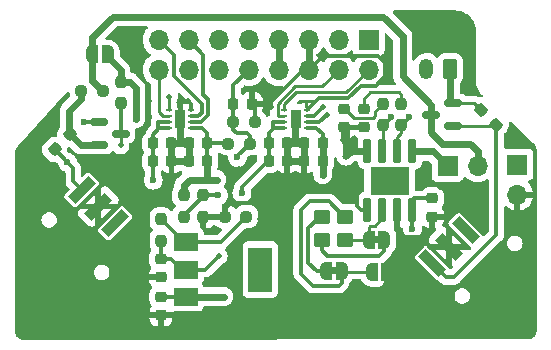
<source format=gbr>
%TF.GenerationSoftware,KiCad,Pcbnew,7.0.9*%
%TF.CreationDate,2024-03-24T18:40:07+02:00*%
%TF.ProjectId,Micromouse Power,4d696372-6f6d-46f7-9573-6520506f7765,v0.0.0*%
%TF.SameCoordinates,Original*%
%TF.FileFunction,Copper,L1,Top*%
%TF.FilePolarity,Positive*%
%FSLAX46Y46*%
G04 Gerber Fmt 4.6, Leading zero omitted, Abs format (unit mm)*
G04 Created by KiCad (PCBNEW 7.0.9) date 2024-03-24 18:40:07*
%MOMM*%
%LPD*%
G01*
G04 APERTURE LIST*
G04 Aperture macros list*
%AMRoundRect*
0 Rectangle with rounded corners*
0 $1 Rounding radius*
0 $2 $3 $4 $5 $6 $7 $8 $9 X,Y pos of 4 corners*
0 Add a 4 corners polygon primitive as box body*
4,1,4,$2,$3,$4,$5,$6,$7,$8,$9,$2,$3,0*
0 Add four circle primitives for the rounded corners*
1,1,$1+$1,$2,$3*
1,1,$1+$1,$4,$5*
1,1,$1+$1,$6,$7*
1,1,$1+$1,$8,$9*
0 Add four rect primitives between the rounded corners*
20,1,$1+$1,$2,$3,$4,$5,0*
20,1,$1+$1,$4,$5,$6,$7,0*
20,1,$1+$1,$6,$7,$8,$9,0*
20,1,$1+$1,$8,$9,$2,$3,0*%
%AMRotRect*
0 Rectangle, with rotation*
0 The origin of the aperture is its center*
0 $1 length*
0 $2 width*
0 $3 Rotation angle, in degrees counterclockwise*
0 Add horizontal line*
21,1,$1,$2,0,0,$3*%
%AMFreePoly0*
4,1,19,0.500000,-0.750000,0.000000,-0.750000,0.000000,-0.744911,-0.071157,-0.744911,-0.207708,-0.704816,-0.327430,-0.627875,-0.420627,-0.520320,-0.479746,-0.390866,-0.500000,-0.250000,-0.500000,0.250000,-0.479746,0.390866,-0.420627,0.520320,-0.327430,0.627875,-0.207708,0.704816,-0.071157,0.744911,0.000000,0.744911,0.000000,0.750000,0.500000,0.750000,0.500000,-0.750000,0.500000,-0.750000,
$1*%
%AMFreePoly1*
4,1,19,0.000000,0.744911,0.071157,0.744911,0.207708,0.704816,0.327430,0.627875,0.420627,0.520320,0.479746,0.390866,0.500000,0.250000,0.500000,-0.250000,0.479746,-0.390866,0.420627,-0.520320,0.327430,-0.627875,0.207708,-0.704816,0.071157,-0.744911,0.000000,-0.744911,0.000000,-0.750000,-0.500000,-0.750000,-0.500000,0.750000,0.000000,0.750000,0.000000,0.744911,0.000000,0.744911,
$1*%
G04 Aperture macros list end*
%TA.AperFunction,SMDPad,CuDef*%
%ADD10RoundRect,0.218750X-0.256250X0.218750X-0.256250X-0.218750X0.256250X-0.218750X0.256250X0.218750X0*%
%TD*%
%TA.AperFunction,SMDPad,CuDef*%
%ADD11RoundRect,0.237500X-0.237500X0.250000X-0.237500X-0.250000X0.237500X-0.250000X0.237500X0.250000X0*%
%TD*%
%TA.AperFunction,SMDPad,CuDef*%
%ADD12FreePoly0,180.000000*%
%TD*%
%TA.AperFunction,SMDPad,CuDef*%
%ADD13FreePoly1,180.000000*%
%TD*%
%TA.AperFunction,SMDPad,CuDef*%
%ADD14RoundRect,0.237500X-0.250000X-0.237500X0.250000X-0.237500X0.250000X0.237500X-0.250000X0.237500X0*%
%TD*%
%TA.AperFunction,SMDPad,CuDef*%
%ADD15RoundRect,0.237500X0.250000X0.237500X-0.250000X0.237500X-0.250000X-0.237500X0.250000X-0.237500X0*%
%TD*%
%TA.AperFunction,SMDPad,CuDef*%
%ADD16RoundRect,0.225000X-0.225000X-0.250000X0.225000X-0.250000X0.225000X0.250000X-0.225000X0.250000X0*%
%TD*%
%TA.AperFunction,SMDPad,CuDef*%
%ADD17RotRect,0.900000X2.500000X135.000000*%
%TD*%
%TA.AperFunction,SMDPad,CuDef*%
%ADD18R,2.000000X1.500000*%
%TD*%
%TA.AperFunction,SMDPad,CuDef*%
%ADD19R,2.000000X3.800000*%
%TD*%
%TA.AperFunction,SMDPad,CuDef*%
%ADD20RoundRect,0.225000X-0.250000X0.225000X-0.250000X-0.225000X0.250000X-0.225000X0.250000X0.225000X0*%
%TD*%
%TA.AperFunction,SMDPad,CuDef*%
%ADD21RoundRect,0.237500X0.237500X-0.250000X0.237500X0.250000X-0.237500X0.250000X-0.237500X-0.250000X0*%
%TD*%
%TA.AperFunction,SMDPad,CuDef*%
%ADD22R,0.500000X0.250000*%
%TD*%
%TA.AperFunction,SMDPad,CuDef*%
%ADD23R,0.900000X1.600000*%
%TD*%
%TA.AperFunction,ComponentPad*%
%ADD24R,1.700000X1.700000*%
%TD*%
%TA.AperFunction,ComponentPad*%
%ADD25O,1.700000X1.700000*%
%TD*%
%TA.AperFunction,SMDPad,CuDef*%
%ADD26RoundRect,0.225000X0.225000X0.250000X-0.225000X0.250000X-0.225000X-0.250000X0.225000X-0.250000X0*%
%TD*%
%TA.AperFunction,SMDPad,CuDef*%
%ADD27RoundRect,0.150000X0.587500X0.150000X-0.587500X0.150000X-0.587500X-0.150000X0.587500X-0.150000X0*%
%TD*%
%TA.AperFunction,SMDPad,CuDef*%
%ADD28RoundRect,0.237500X0.008839X0.344715X-0.344715X-0.008839X-0.008839X-0.344715X0.344715X0.008839X0*%
%TD*%
%TA.AperFunction,SMDPad,CuDef*%
%ADD29RoundRect,0.237500X-0.344715X0.008839X0.008839X-0.344715X0.344715X-0.008839X-0.008839X0.344715X0*%
%TD*%
%TA.AperFunction,SMDPad,CuDef*%
%ADD30RoundRect,0.042000X0.258000X-0.943000X0.258000X0.943000X-0.258000X0.943000X-0.258000X-0.943000X0*%
%TD*%
%TA.AperFunction,SMDPad,CuDef*%
%ADD31R,3.302000X2.413000*%
%TD*%
%TA.AperFunction,SMDPad,CuDef*%
%ADD32RoundRect,0.150000X-0.587500X-0.150000X0.587500X-0.150000X0.587500X0.150000X-0.587500X0.150000X0*%
%TD*%
%TA.AperFunction,ComponentPad*%
%ADD33RoundRect,0.250000X0.350000X0.625000X-0.350000X0.625000X-0.350000X-0.625000X0.350000X-0.625000X0*%
%TD*%
%TA.AperFunction,ComponentPad*%
%ADD34O,1.200000X1.750000*%
%TD*%
%TA.AperFunction,SMDPad,CuDef*%
%ADD35FreePoly0,0.000000*%
%TD*%
%TA.AperFunction,SMDPad,CuDef*%
%ADD36FreePoly1,0.000000*%
%TD*%
%TA.AperFunction,SMDPad,CuDef*%
%ADD37RotRect,0.900000X2.500000X225.000000*%
%TD*%
%TA.AperFunction,SMDPad,CuDef*%
%ADD38RoundRect,0.250000X-0.450000X0.350000X-0.450000X-0.350000X0.450000X-0.350000X0.450000X0.350000X0*%
%TD*%
%TA.AperFunction,ViaPad*%
%ADD39C,0.600000*%
%TD*%
%TA.AperFunction,ViaPad*%
%ADD40C,0.500000*%
%TD*%
%TA.AperFunction,Conductor*%
%ADD41C,0.300000*%
%TD*%
%TA.AperFunction,Conductor*%
%ADD42C,0.600000*%
%TD*%
%TA.AperFunction,Conductor*%
%ADD43C,0.250000*%
%TD*%
G04 APERTURE END LIST*
%TA.AperFunction,EtchedComponent*%
%TO.C,JP1*%
G36*
X170540000Y-125590000D02*
G01*
X170040000Y-125590000D01*
X170040000Y-124990000D01*
X170540000Y-124990000D01*
X170540000Y-125590000D01*
G37*
%TD.AperFunction*%
%TA.AperFunction,EtchedComponent*%
%TO.C,JP2*%
G36*
X166910000Y-128200000D02*
G01*
X166410000Y-128200000D01*
X166410000Y-127600000D01*
X166910000Y-127600000D01*
X166910000Y-128200000D01*
G37*
%TD.AperFunction*%
%TD*%
D10*
%TO.P,D1,1,K*%
%TO.N,Net-(D1-K)*%
X169220000Y-114175000D03*
%TO.P,D1,2,A*%
%TO.N,+5V*%
X169220000Y-115750000D03*
%TD*%
D11*
%TO.P,R11,1*%
%TO.N,Net-(JP7-A)*%
X155590000Y-121507500D03*
%TO.P,R11,2*%
%TO.N,GND*%
X155590000Y-123332500D03*
%TD*%
D12*
%TO.P,JP1,1,A*%
%TO.N,Net-(JP1-A)*%
X170940000Y-125290000D03*
D13*
%TO.P,JP1,2,B*%
%TO.N,/PROG*%
X169640000Y-125290000D03*
%TD*%
D12*
%TO.P,JP5,1,A*%
%TO.N,BATT_SWITCHED*%
X147510000Y-109590000D03*
D13*
%TO.P,JP5,2,B*%
%TO.N,BATT*%
X146210000Y-109590000D03*
%TD*%
D14*
%TO.P,R13,1*%
%TO.N,GND*%
X157427500Y-123330000D03*
%TO.P,R13,2*%
%TO.N,Net-(U1-GND)*%
X159252500Y-123330000D03*
%TD*%
D15*
%TO.P,R6,1*%
%TO.N,GND*%
X159967300Y-115290600D03*
%TO.P,R6,2*%
%TO.N,/BATT_ADC*%
X158142300Y-115290600D03*
%TD*%
D16*
%TO.P,C12,1*%
%TO.N,VCC*%
X151360675Y-117129400D03*
%TO.P,C12,2*%
%TO.N,GND*%
X152910675Y-117129400D03*
%TD*%
%TO.P,C11,1*%
%TO.N,VCC*%
X161127000Y-118629400D03*
%TO.P,C11,2*%
%TO.N,GND*%
X162677000Y-118629400D03*
%TD*%
D17*
%TO.P,SW2,1,A*%
%TO.N,unconnected-(SW2-A-Pad1)*%
X148135281Y-123881573D03*
%TO.P,SW2,2,B*%
%TO.N,GND*%
X146721068Y-122467359D03*
%TO.P,SW2,3,C*%
%TO.N,Net-(Q2-G)*%
X145306854Y-121053146D03*
%TD*%
D18*
%TO.P,U1,1,GND*%
%TO.N,Net-(U1-GND)*%
X154130000Y-125500000D03*
%TO.P,U1,2,VO*%
%TO.N,+3V3*%
X154130000Y-127800000D03*
D19*
X160430000Y-127800000D03*
D18*
%TO.P,U1,3,VI*%
%TO.N,BATT_SWITCHED*%
X154130000Y-130100000D03*
%TD*%
D11*
%TO.P,R3,1*%
%TO.N,Net-(D2-K)*%
X170800000Y-113762500D03*
%TO.P,R3,2*%
%TO.N,Net-(U2-~{CHRG})*%
X170800000Y-115587500D03*
%TD*%
D20*
%TO.P,C2,1*%
%TO.N,+3V3*%
X152000000Y-126895000D03*
%TO.P,C2,2*%
%TO.N,GND*%
X152000000Y-128445000D03*
%TD*%
D12*
%TO.P,JP3,1,A*%
%TO.N,GND*%
X171200000Y-128000000D03*
D13*
%TO.P,JP3,2,B*%
%TO.N,Net-(JP2-B)*%
X169900000Y-128000000D03*
%TD*%
D21*
%TO.P,R14,1*%
%TO.N,+3V3*%
X152030000Y-125352500D03*
%TO.P,R14,2*%
%TO.N,Net-(U1-GND)*%
X152030000Y-123527500D03*
%TD*%
D22*
%TO.P,U3,1,VM*%
%TO.N,BATT_SWITCHED*%
X164367000Y-115829400D03*
%TO.P,U3,2,OUT1*%
%TO.N,/Motor2_A*%
X164367000Y-115329400D03*
%TO.P,U3,3,OUT2*%
%TO.N,/Motor2_B*%
X164367000Y-114829400D03*
%TO.P,U3,4,GND*%
%TO.N,GND*%
X164367000Y-114329400D03*
%TO.P,U3,5,IN2*%
%TO.N,/PC6*%
X162467000Y-114329400D03*
%TO.P,U3,6,IN1*%
%TO.N,/PC7*%
X162467000Y-114829400D03*
%TO.P,U3,7,~{SLEEP}*%
%TO.N,VCC*%
X162467000Y-115329400D03*
%TO.P,U3,8,VCC*%
X162467000Y-115829400D03*
D23*
%TO.P,U3,9,GND*%
%TO.N,GND*%
X163417000Y-115079400D03*
%TD*%
D24*
%TO.P,JP6,1,A*%
%TO.N,Net-(J1-Pin_2)*%
X182190000Y-118920000D03*
D25*
%TO.P,JP6,2,B*%
%TO.N,GND*%
X182190000Y-121460000D03*
%TD*%
D26*
%TO.P,C8,1*%
%TO.N,BATT_SWITCHED*%
X155930675Y-118629400D03*
%TO.P,C8,2*%
%TO.N,GND*%
X154380675Y-118629400D03*
%TD*%
D16*
%TO.P,C6,1*%
%TO.N,/BATT_ADC*%
X158155000Y-113770000D03*
%TO.P,C6,2*%
%TO.N,GND*%
X159705000Y-113770000D03*
%TD*%
%TO.P,C13,1*%
%TO.N,VCC*%
X151360675Y-118629400D03*
%TO.P,C13,2*%
%TO.N,GND*%
X152910675Y-118629400D03*
%TD*%
D26*
%TO.P,C5,1*%
%TO.N,BATT_SWITCHED*%
X165706999Y-117119400D03*
%TO.P,C5,2*%
%TO.N,GND*%
X164156999Y-117119400D03*
%TD*%
D11*
%TO.P,R2,1*%
%TO.N,Net-(D1-K)*%
X172350000Y-113777500D03*
%TO.P,R2,2*%
%TO.N,Net-(U2-~{STDBY})*%
X172350000Y-115602500D03*
%TD*%
D27*
%TO.P,Q1,1,G*%
%TO.N,Net-(Q1-G)*%
X176756300Y-115631000D03*
%TO.P,Q1,2,S*%
%TO.N,+BATT*%
X176756300Y-113731000D03*
%TO.P,Q1,3,D*%
%TO.N,BATT*%
X174881300Y-114681000D03*
%TD*%
D20*
%TO.P,C1,1*%
%TO.N,BATT_SWITCHED*%
X152020000Y-130115000D03*
%TO.P,C1,2*%
%TO.N,GND*%
X152020000Y-131665000D03*
%TD*%
D28*
%TO.P,R8,1*%
%TO.N,Net-(Q2-S)*%
X144307635Y-116347165D03*
%TO.P,R8,2*%
%TO.N,Net-(Q2-G)*%
X143017165Y-117637635D03*
%TD*%
D15*
%TO.P,R5,1*%
%TO.N,/BATT_ADC*%
X159562500Y-117140000D03*
%TO.P,R5,2*%
%TO.N,BATT_SWITCHED*%
X157737500Y-117140000D03*
%TD*%
D29*
%TO.P,R7,1*%
%TO.N,+BATT*%
X179104765Y-114279530D03*
%TO.P,R7,2*%
%TO.N,Net-(Q1-G)*%
X180395235Y-115570000D03*
%TD*%
D20*
%TO.P,C3,1*%
%TO.N,+5V*%
X175000000Y-121785000D03*
%TO.P,C3,2*%
%TO.N,GND*%
X175000000Y-123335000D03*
%TD*%
D30*
%TO.P,U2,1,TEMP*%
%TO.N,GND*%
X169495000Y-122750000D03*
%TO.P,U2,2,PROG*%
%TO.N,/PROG*%
X170765000Y-122750000D03*
%TO.P,U2,3,GND*%
%TO.N,GND*%
X172035000Y-122750000D03*
%TO.P,U2,4,VCC*%
%TO.N,+5V*%
X173305000Y-122750000D03*
%TO.P,U2,5,BAT*%
%TO.N,Net-(JP4-A)*%
X173305000Y-117800000D03*
%TO.P,U2,6,~{STDBY}*%
%TO.N,Net-(U2-~{STDBY})*%
X172035000Y-117800000D03*
%TO.P,U2,7,~{CHRG}*%
%TO.N,Net-(U2-~{CHRG})*%
X170765000Y-117800000D03*
%TO.P,U2,8,CE*%
%TO.N,+5V*%
X169495000Y-117800000D03*
D31*
%TO.P,U2,9*%
%TO.N,N/C*%
X171400000Y-120275000D03*
%TD*%
D26*
%TO.P,C7,1*%
%TO.N,BATT_SWITCHED*%
X155930675Y-117129400D03*
%TO.P,C7,2*%
%TO.N,GND*%
X154380675Y-117129400D03*
%TD*%
D32*
%TO.P,Q2,1,G*%
%TO.N,Net-(Q2-G)*%
X146740400Y-115346400D03*
%TO.P,Q2,2,S*%
%TO.N,Net-(Q2-S)*%
X146740400Y-117246400D03*
%TO.P,Q2,3,D*%
%TO.N,Net-(Q2-D)*%
X148615400Y-116296400D03*
%TD*%
D33*
%TO.P,J1,1,Pin_1*%
%TO.N,+BATT*%
X176500000Y-110840000D03*
D34*
%TO.P,J1,2,Pin_2*%
%TO.N,Net-(J1-Pin_2)*%
X174500000Y-110840000D03*
%TD*%
D24*
%TO.P,JP4,1,A*%
%TO.N,Net-(JP4-A)*%
X176285000Y-119050000D03*
D25*
%TO.P,JP4,2,B*%
%TO.N,BATT*%
X178825000Y-119050000D03*
%TD*%
D21*
%TO.P,R10,1*%
%TO.N,Net-(Q2-D)*%
X148620000Y-113742500D03*
%TO.P,R10,2*%
%TO.N,BATT_SWITCHED*%
X148620000Y-111917500D03*
%TD*%
D24*
%TO.P,J2,1,Pin_1*%
%TO.N,/Motor2_A*%
X169600000Y-108350000D03*
D25*
%TO.P,J2,2,Pin_2*%
%TO.N,/PC6*%
X169600000Y-110890000D03*
%TO.P,J2,3,Pin_3*%
%TO.N,/Motor2_B*%
X167060000Y-108350000D03*
%TO.P,J2,4,Pin_4*%
%TO.N,/PC7*%
X167060000Y-110890000D03*
%TO.P,J2,5,Pin_5*%
%TO.N,GND*%
X164520000Y-108350000D03*
%TO.P,J2,6,Pin_6*%
X164520000Y-110890000D03*
%TO.P,J2,7,Pin_7*%
%TO.N,BATT_SWITCHED*%
X161980000Y-108350000D03*
%TO.P,J2,8,Pin_8*%
X161980000Y-110890000D03*
%TO.P,J2,9,Pin_9*%
%TO.N,/PD7*%
X159440000Y-108350000D03*
%TO.P,J2,10,Pin_10*%
%TO.N,/BATT_ADC*%
X159440000Y-110890000D03*
%TO.P,J2,11,Pin_11*%
%TO.N,+5V*%
X156900000Y-108350000D03*
%TO.P,J2,12,Pin_12*%
X156900000Y-110890000D03*
%TO.P,J2,13,Pin_13*%
%TO.N,/Motor1_A*%
X154360000Y-108350000D03*
%TO.P,J2,14,Pin_14*%
%TO.N,/PC8*%
X154360000Y-110890000D03*
%TO.P,J2,15,Pin_15*%
%TO.N,/Motor1_B*%
X151820000Y-108350000D03*
%TO.P,J2,16,Pin_16*%
%TO.N,/PC9*%
X151820000Y-110890000D03*
%TD*%
D35*
%TO.P,JP2,1,A*%
%TO.N,Net-(JP2-A)*%
X166010000Y-127900000D03*
D36*
%TO.P,JP2,2,B*%
%TO.N,Net-(JP2-B)*%
X167310000Y-127900000D03*
%TD*%
D22*
%TO.P,U4,1,VM*%
%TO.N,BATT_SWITCHED*%
X154595675Y-115829400D03*
%TO.P,U4,2,OUT1*%
%TO.N,/Motor1_A*%
X154595675Y-115329400D03*
%TO.P,U4,3,OUT2*%
%TO.N,/Motor1_B*%
X154595675Y-114829400D03*
%TO.P,U4,4,GND*%
%TO.N,GND*%
X154595675Y-114329400D03*
%TO.P,U4,5,IN2*%
%TO.N,/PC8*%
X152695675Y-114329400D03*
%TO.P,U4,6,IN1*%
%TO.N,/PC9*%
X152695675Y-114829400D03*
%TO.P,U4,7,~{SLEEP}*%
%TO.N,VCC*%
X152695675Y-115329400D03*
%TO.P,U4,8,VCC*%
X152695675Y-115829400D03*
D23*
%TO.P,U4,9,GND*%
%TO.N,GND*%
X153645675Y-115079400D03*
%TD*%
D16*
%TO.P,C10,1*%
%TO.N,VCC*%
X161137000Y-117119400D03*
%TO.P,C10,2*%
%TO.N,GND*%
X162687000Y-117119400D03*
%TD*%
D37*
%TO.P,SW1,1,A*%
%TO.N,unconnected-(SW1-A-Pad1)*%
X177811573Y-124454719D03*
%TO.P,SW1,2,B*%
%TO.N,GND*%
X176397359Y-125868932D03*
%TO.P,SW1,3,C*%
%TO.N,Net-(Q1-G)*%
X174983146Y-127283146D03*
%TD*%
D15*
%TO.P,R9,1*%
%TO.N,BATT*%
X147092500Y-112690000D03*
%TO.P,R9,2*%
%TO.N,Net-(Q2-S)*%
X145267500Y-112690000D03*
%TD*%
D38*
%TO.P,R4,1*%
%TO.N,Net-(JP2-B)*%
X167610000Y-123330000D03*
%TO.P,R4,2*%
%TO.N,/PROG*%
X167610000Y-125330000D03*
%TD*%
D26*
%TO.P,C4,1*%
%TO.N,BATT_SWITCHED*%
X165707000Y-118629401D03*
%TO.P,C4,2*%
%TO.N,GND*%
X164157000Y-118629401D03*
%TD*%
D10*
%TO.P,D2,1,K*%
%TO.N,Net-(D2-K)*%
X167513000Y-114175000D03*
%TO.P,D2,2,A*%
%TO.N,+5V*%
X167513000Y-115750000D03*
%TD*%
D11*
%TO.P,R12,1*%
%TO.N,BATT_SWITCHED*%
X153960000Y-121517500D03*
%TO.P,R12,2*%
%TO.N,Net-(JP7-A)*%
X153960000Y-123342500D03*
%TD*%
D38*
%TO.P,R1,1*%
%TO.N,Net-(JP2-A)*%
X165620000Y-123330000D03*
%TO.P,R1,2*%
%TO.N,Net-(JP1-A)*%
X165620000Y-125330000D03*
%TD*%
D39*
%TO.N,BATT_SWITCHED*%
X165730000Y-119761000D03*
X155940000Y-120180000D03*
X157340000Y-130100000D03*
X149895897Y-115040000D03*
X149895897Y-113360000D03*
X156743400Y-120180000D03*
X155140000Y-120180000D03*
X149895897Y-114220000D03*
D40*
%TO.N,GND*%
X166260000Y-132930000D03*
X151300000Y-132920000D03*
X146370000Y-132910000D03*
X160380000Y-123536666D03*
X163420000Y-114710000D03*
X161330000Y-132920000D03*
X148370000Y-132910000D03*
X152400000Y-120620000D03*
X182080000Y-116610000D03*
X163830000Y-121440000D03*
X149370000Y-132910000D03*
X162900000Y-123566666D03*
X160860000Y-113130000D03*
X171390000Y-108720000D03*
X177370000Y-120860000D03*
X158240000Y-132900000D03*
X176920000Y-108590000D03*
X172200000Y-132910000D03*
X147370000Y-132910000D03*
X154300000Y-132920000D03*
X162900000Y-121440000D03*
X161170000Y-112460000D03*
X150960000Y-114460000D03*
X158600000Y-119300000D03*
X178160000Y-121550000D03*
X182740000Y-117200000D03*
X159240000Y-132900000D03*
X160380000Y-124600000D03*
X154300000Y-113500000D03*
X157190000Y-128350000D03*
X157240000Y-132900000D03*
X163420000Y-115490000D03*
X143300000Y-119570000D03*
X178210000Y-120870000D03*
X145520000Y-118970000D03*
X152300000Y-132920000D03*
X150970000Y-113520000D03*
X170260000Y-132930000D03*
X160400000Y-112160000D03*
X176150000Y-106807000D03*
X173940000Y-108590000D03*
X173200000Y-132910000D03*
X157540000Y-131160000D03*
X171380000Y-109700000D03*
X153650000Y-115510000D03*
X156240000Y-132900000D03*
X168260000Y-132930000D03*
X155300000Y-132920000D03*
X153650000Y-114640000D03*
X153300000Y-132920000D03*
X172466000Y-126238000D03*
X179100000Y-120870000D03*
X163330000Y-132920000D03*
X157707820Y-127762664D03*
X174630000Y-106807000D03*
X150370000Y-132910000D03*
X160380000Y-121410000D03*
X179130000Y-121540000D03*
X175200000Y-132910000D03*
X161317500Y-114001833D03*
X162900000Y-124630000D03*
X171200000Y-132910000D03*
X173050000Y-125840000D03*
X174650000Y-108590000D03*
X175370000Y-108590000D03*
X176170000Y-108590000D03*
X175640000Y-120830000D03*
X174200000Y-132910000D03*
X175350000Y-106807000D03*
X162330000Y-132920000D03*
X177700000Y-106807000D03*
X169260000Y-132930000D03*
X156818537Y-131169155D03*
X162900000Y-122503333D03*
X176900000Y-106807000D03*
X167260000Y-132930000D03*
X153644600Y-113461800D03*
X160380000Y-122473333D03*
X173920000Y-106807000D03*
X160240000Y-132900000D03*
X164330000Y-132920000D03*
X177440000Y-121570000D03*
X165330000Y-132920000D03*
X177720000Y-108590000D03*
X176470000Y-120810000D03*
X157900000Y-119300000D03*
X173220000Y-106807000D03*
X171380000Y-110730000D03*
%TO.N,+3V3*%
X156900000Y-126690000D03*
D39*
%TO.N,+5V*%
X168503600Y-117800000D03*
X173300000Y-124400000D03*
X167685000Y-118200000D03*
X167700000Y-117200000D03*
%TO.N,/BATT_ADC*%
X158500000Y-118300000D03*
D40*
%TO.N,/Motor2_A*%
X166068626Y-114699429D03*
%TO.N,/Motor2_B*%
X165760400Y-114020600D03*
%TO.N,/PC8*%
X152704800Y-113182400D03*
%TO.N,/PROG*%
X167610000Y-125330000D03*
D39*
%TO.N,Net-(U2-~{STDBY})*%
X173050200Y-114909600D03*
%TO.N,Net-(U2-~{CHRG})*%
X171500800Y-114884200D03*
%TO.N,Net-(Q2-G)*%
X144099130Y-118719600D03*
X145490000Y-115346400D03*
D40*
%TO.N,Net-(Q2-D)*%
X148600000Y-117300000D03*
D39*
%TO.N,VCC*%
X151360675Y-120240000D03*
X158880000Y-121350000D03*
%TO.N,Net-(JP7-A)*%
X156890000Y-121507500D03*
%TD*%
D41*
%TO.N,BATT_SWITCHED*%
X165706999Y-116354799D02*
X165706999Y-117119400D01*
D42*
X147510000Y-109816400D02*
X147510000Y-109590000D01*
X154450000Y-120180000D02*
X153960000Y-120670000D01*
X149895897Y-112435897D02*
X149895897Y-115040000D01*
D41*
X157726900Y-117129400D02*
X157737500Y-117140000D01*
X155930675Y-118629400D02*
X155930675Y-117129400D01*
D42*
X155140000Y-120180000D02*
X154450000Y-120180000D01*
D41*
X152020000Y-130115000D02*
X154115000Y-130115000D01*
D42*
X157340000Y-130100000D02*
X154130000Y-130100000D01*
X149377500Y-111917500D02*
X149895897Y-112435897D01*
D41*
X155478800Y-115829400D02*
X155930675Y-116281275D01*
X155930675Y-116281275D02*
X155930675Y-117129400D01*
D42*
X165707000Y-118629401D02*
X165706999Y-117119400D01*
X165730000Y-119761000D02*
X165730000Y-118652401D01*
D41*
X155930675Y-117129400D02*
X157726900Y-117129400D01*
X154115000Y-130115000D02*
X154130000Y-130100000D01*
D42*
X165730000Y-118652401D02*
X165707000Y-118629401D01*
D41*
X154595675Y-115829400D02*
X155478800Y-115829400D01*
X164367000Y-115829400D02*
X165181600Y-115829400D01*
D42*
X155930675Y-120189325D02*
X155930675Y-118629400D01*
X148620000Y-110926400D02*
X147510000Y-109816400D01*
D41*
X165181600Y-115829400D02*
X165706999Y-116354799D01*
D42*
X155140000Y-120180000D02*
X155900000Y-120180000D01*
X148620000Y-111917500D02*
X148620000Y-110926400D01*
X148620000Y-111917500D02*
X149377500Y-111917500D01*
X156743400Y-120180000D02*
X155940000Y-120180000D01*
X153960000Y-120670000D02*
X153960000Y-121517500D01*
X161980000Y-108350000D02*
X161980000Y-110890000D01*
D43*
%TO.N,GND*%
X150600000Y-131270000D02*
X150995000Y-131665000D01*
D42*
X153645675Y-117105075D02*
X153645675Y-115079400D01*
X152910675Y-118629400D02*
X154380675Y-118629400D01*
D41*
X154595675Y-113795675D02*
X154300000Y-113500000D01*
D42*
X153670000Y-117129400D02*
X153888600Y-117129400D01*
D41*
X174170000Y-125050000D02*
X172690000Y-125050000D01*
X168931751Y-112230000D02*
X167886751Y-113275000D01*
X161317500Y-113651548D02*
X164079048Y-110890000D01*
X170370000Y-109690000D02*
X171030000Y-110350000D01*
X165720000Y-109690000D02*
X170370000Y-109690000D01*
X171030000Y-111450000D02*
X170250000Y-112230000D01*
X170250000Y-112230000D02*
X168931751Y-112230000D01*
D42*
X164157000Y-118629401D02*
X164156999Y-117119400D01*
D41*
X169495000Y-122750000D02*
X168978000Y-122750000D01*
X168656000Y-121666000D02*
X168355000Y-121365000D01*
X157427500Y-122682500D02*
X157427500Y-123330000D01*
D43*
X150600000Y-128870000D02*
X150600000Y-131270000D01*
D41*
X168978000Y-122750000D02*
X168656000Y-122428000D01*
X174990000Y-123420000D02*
X174990000Y-124230000D01*
D42*
X162687000Y-117119400D02*
X164156999Y-117119400D01*
D41*
X157900000Y-122210000D02*
X157427500Y-122682500D01*
X165421400Y-113275000D02*
X164367000Y-114329400D01*
D43*
X150995000Y-131665000D02*
X152020000Y-131665000D01*
D42*
X162677000Y-118629400D02*
X162677000Y-117129400D01*
D41*
X160380000Y-122473333D02*
X160116667Y-122210000D01*
D42*
X152910675Y-117129400D02*
X153670000Y-117129400D01*
X162677000Y-117129400D02*
X162687000Y-117119400D01*
D41*
X164520000Y-110890000D02*
X165720000Y-109690000D01*
D42*
X163322000Y-115510000D02*
X163410000Y-115598000D01*
D41*
X172690000Y-125050000D02*
X172035000Y-124395000D01*
D42*
X153670000Y-117129400D02*
X153645675Y-117105075D01*
D43*
X152000000Y-128445000D02*
X151025000Y-128445000D01*
D41*
X174990000Y-124230000D02*
X174170000Y-125050000D01*
X164079048Y-110890000D02*
X164520000Y-110890000D01*
D42*
X164520000Y-110890000D02*
X164520000Y-108350000D01*
D41*
X167886751Y-113275000D02*
X165421400Y-113275000D01*
X154595675Y-114329400D02*
X154595675Y-113795675D01*
X171030000Y-110350000D02*
X171030000Y-111450000D01*
D42*
X162677000Y-118629400D02*
X164157000Y-118629401D01*
D41*
X161317500Y-114001833D02*
X161317500Y-113651548D01*
D43*
X151025000Y-128445000D02*
X150630000Y-128840000D01*
X150630000Y-128840000D02*
X150600000Y-128870000D01*
D42*
X154380675Y-118629400D02*
X154380675Y-117129400D01*
D41*
X168656000Y-122428000D02*
X168656000Y-121666000D01*
X172035000Y-124395000D02*
X172035000Y-122750000D01*
X159967300Y-114032300D02*
X159705000Y-113770000D01*
X159967300Y-115290600D02*
X159967300Y-114032300D01*
D42*
X152910675Y-118629400D02*
X152910675Y-117129400D01*
D41*
X160116667Y-122210000D02*
X157900000Y-122210000D01*
D42*
X163410000Y-115598000D02*
X163410000Y-116840000D01*
D41*
%TO.N,+3V3*%
X152885000Y-126895000D02*
X152000000Y-126895000D01*
X153790000Y-127800000D02*
X152885000Y-126895000D01*
X156900000Y-126690000D02*
X155790000Y-127800000D01*
X155790000Y-127800000D02*
X154130000Y-127800000D01*
X154555000Y-128325000D02*
X154600000Y-128370000D01*
X154130000Y-127800000D02*
X153790000Y-127800000D01*
X152030000Y-126865000D02*
X152000000Y-126895000D01*
X152030000Y-125352500D02*
X152030000Y-126865000D01*
%TO.N,+5V*%
X175000000Y-121785000D02*
X173435000Y-121785000D01*
D42*
X167700000Y-117200000D02*
X167700000Y-115937000D01*
D41*
X167685000Y-117811000D02*
X167696000Y-117800000D01*
D42*
X167696000Y-117800000D02*
X169495000Y-117800000D01*
D41*
X173305000Y-122750000D02*
X173305000Y-124395000D01*
X173305000Y-124395000D02*
X173300000Y-124400000D01*
X167685000Y-118200000D02*
X167685000Y-117215000D01*
X167685000Y-117215000D02*
X167700000Y-117200000D01*
D43*
X169220000Y-115750000D02*
X167513000Y-115750000D01*
D41*
X173305000Y-121915000D02*
X173305000Y-122750000D01*
X173435000Y-121785000D02*
X173305000Y-121915000D01*
D42*
X167700000Y-115937000D02*
X167513000Y-115750000D01*
D41*
%TO.N,/BATT_ADC*%
X158142300Y-115290600D02*
X158142300Y-113827900D01*
X158142300Y-115992300D02*
X158142300Y-115290600D01*
X158500000Y-118300000D02*
X158500000Y-118202500D01*
X158142300Y-113827900D02*
X158229000Y-113741200D01*
D43*
X159500000Y-110950000D02*
X159440000Y-110890000D01*
D41*
X159340000Y-116280000D02*
X158430000Y-116280000D01*
X158155000Y-113770000D02*
X158155000Y-112175000D01*
X159562500Y-117140000D02*
X159562500Y-116502500D01*
X158500000Y-118202500D02*
X159562500Y-117140000D01*
X158430000Y-116280000D02*
X158142300Y-115992300D01*
X158155000Y-112175000D02*
X159440000Y-110890000D01*
X159562500Y-116502500D02*
X159340000Y-116280000D01*
D43*
%TO.N,+BATT*%
X176756300Y-113731000D02*
X178556235Y-113731000D01*
D42*
X176500000Y-113474700D02*
X176500000Y-110840000D01*
D43*
X178556235Y-113731000D02*
X179104765Y-114279530D01*
D42*
X176756300Y-113731000D02*
X176500000Y-113474700D01*
D43*
%TO.N,Net-(D1-K)*%
X172350000Y-113015600D02*
X172135800Y-112801400D01*
X172135800Y-112801400D02*
X169748200Y-112801400D01*
X169748200Y-112801400D02*
X169220000Y-113329600D01*
X172350000Y-113777500D02*
X172350000Y-113015600D01*
X169220000Y-113329600D02*
X169220000Y-114175000D01*
%TO.N,Net-(D2-K)*%
X170180000Y-114382500D02*
X170180000Y-114775000D01*
X169994600Y-114960400D02*
X168329400Y-114960400D01*
X168329400Y-114960400D02*
X167700000Y-114331000D01*
X167700000Y-114331000D02*
X167700000Y-114175000D01*
X170800000Y-113762500D02*
X170180000Y-114382500D01*
X170180000Y-114775000D02*
X169994600Y-114960400D01*
D42*
%TO.N,BATT*%
X172491400Y-111455200D02*
X172491400Y-108035300D01*
X174870000Y-116170600D02*
X174870000Y-114715000D01*
X147960000Y-106390000D02*
X146210000Y-108140000D01*
X178227000Y-117140000D02*
X175839400Y-117140000D01*
X175839400Y-117140000D02*
X174870000Y-116170600D01*
X146210000Y-111807500D02*
X146210000Y-109590000D01*
X174881300Y-113845100D02*
X172491400Y-111455200D01*
X178861800Y-118795800D02*
X178861800Y-117774800D01*
X174881300Y-114681000D02*
X174881300Y-113845100D01*
X172491400Y-108035300D02*
X170846100Y-106390000D01*
X146210000Y-108140000D02*
X146210000Y-109590000D01*
X170846100Y-106390000D02*
X147960000Y-106390000D01*
X178861800Y-117774800D02*
X178227000Y-117140000D01*
X147092500Y-112690000D02*
X146210000Y-111807500D01*
D41*
%TO.N,/Motor2_A*%
X165438655Y-115329400D02*
X164367000Y-115329400D01*
X166068626Y-114699429D02*
X165438655Y-115329400D01*
D43*
%TO.N,/PC6*%
X163477196Y-112800000D02*
X167690000Y-112800000D01*
X167690000Y-112800000D02*
X169600000Y-110890000D01*
X162467000Y-113810196D02*
X163477196Y-112800000D01*
X162467000Y-114329400D02*
X162467000Y-113810196D01*
D41*
%TO.N,/Motor2_B*%
X165760400Y-114020600D02*
X164951600Y-114829400D01*
X164951600Y-114829400D02*
X164367000Y-114829400D01*
D43*
%TO.N,/PC7*%
X163340800Y-112300000D02*
X165650000Y-112300000D01*
X161942000Y-114829400D02*
X161892000Y-114779400D01*
X161892000Y-114779400D02*
X161892000Y-113748800D01*
X162467000Y-114829400D02*
X161942000Y-114829400D01*
X165650000Y-112300000D02*
X167060000Y-110890000D01*
X161892000Y-113748800D02*
X163340800Y-112300000D01*
D41*
%TO.N,/Motor1_A*%
X154595675Y-115329400D02*
X155377781Y-115329400D01*
X155973400Y-113373400D02*
X155610000Y-113010000D01*
X155973400Y-114733781D02*
X155973400Y-113373400D01*
X155377781Y-115329400D02*
X155973400Y-114733781D01*
X155610000Y-113010000D02*
X155610000Y-109600000D01*
X155610000Y-109600000D02*
X154360000Y-108350000D01*
D43*
%TO.N,/PC8*%
X152695675Y-113191525D02*
X152695675Y-114329400D01*
X152704800Y-113182400D02*
X152695675Y-113191525D01*
D41*
%TO.N,/Motor1_B*%
X155473400Y-113766600D02*
X153110000Y-111403200D01*
X155473400Y-114526675D02*
X155473400Y-113766600D01*
X153110000Y-111403200D02*
X153110000Y-109640000D01*
X155170675Y-114829400D02*
X155473400Y-114526675D01*
X154595675Y-114829400D02*
X155170675Y-114829400D01*
X153110000Y-109640000D02*
X151820000Y-108350000D01*
D43*
%TO.N,/PC9*%
X152174675Y-114833400D02*
X151820000Y-114478725D01*
X152695675Y-114829400D02*
X152691675Y-114833400D01*
X151820000Y-114478725D02*
X151820000Y-110890000D01*
X152691675Y-114833400D02*
X152174675Y-114833400D01*
D41*
%TO.N,Net-(JP1-A)*%
X170940000Y-126240000D02*
X170500000Y-126680000D01*
X170500000Y-126680000D02*
X166120000Y-126680000D01*
X166120000Y-126680000D02*
X165620000Y-126180000D01*
X170940000Y-125290000D02*
X170940000Y-126240000D01*
X165620000Y-126180000D02*
X165620000Y-125330000D01*
D43*
%TO.N,/PROG*%
X167610000Y-125330000D02*
X169600000Y-125330000D01*
X170765000Y-123435000D02*
X170765000Y-122750000D01*
X169730000Y-124080000D02*
X170120000Y-124080000D01*
X169640000Y-124170000D02*
X169730000Y-124080000D01*
X170120000Y-124080000D02*
X170765000Y-123435000D01*
X169600000Y-125330000D02*
X169640000Y-125290000D01*
X169640000Y-125290000D02*
X169640000Y-124170000D01*
D41*
%TO.N,Net-(JP2-A)*%
X164510000Y-124310000D02*
X165490000Y-123330000D01*
X166010000Y-127900000D02*
X165200000Y-127900000D01*
X164510000Y-127210000D02*
X164510000Y-124310000D01*
X165200000Y-127900000D02*
X164510000Y-127210000D01*
X165490000Y-123330000D02*
X165620000Y-123330000D01*
%TO.N,Net-(JP2-B)*%
X167080000Y-129170000D02*
X164910000Y-129170000D01*
D43*
X167410000Y-128000000D02*
X167310000Y-127900000D01*
D41*
X163880000Y-122770000D02*
X164630000Y-122020000D01*
X164910000Y-129170000D02*
X163880000Y-128140000D01*
X167540000Y-123330000D02*
X167610000Y-123330000D01*
X163880000Y-128140000D02*
X163880000Y-122770000D01*
X164630000Y-122020000D02*
X166230000Y-122020000D01*
D43*
X169600000Y-128000000D02*
X167410000Y-128000000D01*
D41*
X166230000Y-122020000D02*
X167540000Y-123330000D01*
X167310000Y-128940000D02*
X167080000Y-129170000D01*
X167310000Y-127900000D02*
X167310000Y-128940000D01*
D42*
%TO.N,Net-(JP4-A)*%
X176285000Y-119050000D02*
X175035000Y-117800000D01*
X175035000Y-117800000D02*
X173305000Y-117800000D01*
D43*
%TO.N,Net-(U2-~{STDBY})*%
X173050200Y-114909600D02*
X173042900Y-114909600D01*
X172035000Y-116585200D02*
X172350000Y-116270200D01*
X172350000Y-116270200D02*
X172350000Y-115602500D01*
X172035000Y-117800000D02*
X172035000Y-116585200D01*
X173042900Y-114909600D02*
X172350000Y-115602500D01*
%TO.N,Net-(U2-~{CHRG})*%
X170800000Y-115585000D02*
X170800000Y-115587500D01*
X170800000Y-115587500D02*
X170800000Y-117765000D01*
X170800000Y-117765000D02*
X170765000Y-117800000D01*
X171500800Y-114884200D02*
X170800000Y-115585000D01*
D41*
%TO.N,Net-(Q1-G)*%
X176140000Y-128440000D02*
X176820000Y-128440000D01*
X180420000Y-115840000D02*
X180395235Y-115815235D01*
D43*
X180334235Y-115631000D02*
X177309000Y-115631000D01*
D41*
X174983146Y-127283146D02*
X176140000Y-128440000D01*
X180420000Y-124840000D02*
X180420000Y-115840000D01*
D43*
X180395235Y-115570000D02*
X180334235Y-115631000D01*
D41*
X176820000Y-128440000D02*
X180420000Y-124840000D01*
%TO.N,Net-(Q2-G)*%
X144099130Y-118719600D02*
X143017165Y-117637635D01*
X145490000Y-115346400D02*
X146740400Y-115346400D01*
X145306854Y-121053146D02*
X144589530Y-120335822D01*
X144589530Y-119210000D02*
X144099130Y-118719600D01*
X144589530Y-120335822D02*
X144589530Y-119210000D01*
D42*
%TO.N,Net-(Q2-S)*%
X144260000Y-114350000D02*
X145267500Y-113342500D01*
X144260000Y-116245700D02*
X144260000Y-114350000D01*
X146740400Y-117246400D02*
X145260700Y-117246400D01*
X145267500Y-113342500D02*
X145267500Y-112690000D01*
X145260700Y-117246400D02*
X144260000Y-116245700D01*
D41*
%TO.N,Net-(Q2-D)*%
X148615400Y-113891700D02*
X148437600Y-113713900D01*
D43*
X148600000Y-117300000D02*
X148600000Y-116311800D01*
X148600000Y-116311800D02*
X148615400Y-116296400D01*
D41*
X148615400Y-116296400D02*
X148615400Y-113891700D01*
%TO.N,VCC*%
X151360675Y-116379325D02*
X151360675Y-117129400D01*
D42*
X161127000Y-117129400D02*
X161137000Y-117119400D01*
D41*
X158880000Y-120816739D02*
X161137000Y-118559739D01*
X162467000Y-115329400D02*
X161529400Y-115329400D01*
X151810600Y-115329400D02*
X152695675Y-115329400D01*
X158880000Y-121350000D02*
X158880000Y-120816739D01*
X161137000Y-116263000D02*
X161529400Y-115870600D01*
X161137000Y-117119400D02*
X161137000Y-116263000D01*
X152695675Y-115829400D02*
X151910600Y-115829400D01*
X162467000Y-115829400D02*
X161529400Y-115829400D01*
X151910600Y-115829400D02*
X151800000Y-115940000D01*
X161529400Y-115329400D02*
X161529400Y-115829400D01*
X151360675Y-120240000D02*
X151360675Y-118629400D01*
X161137000Y-118559739D02*
X161137000Y-117119400D01*
X151800000Y-115940000D02*
X151360675Y-116379325D01*
X151800000Y-115340000D02*
X151810600Y-115329400D01*
X161529400Y-115870600D02*
X161529400Y-115829400D01*
X151360675Y-118629400D02*
X151360675Y-117129400D01*
X151800000Y-115940000D02*
X151800000Y-115340000D01*
%TO.N,Net-(JP7-A)*%
X156890000Y-121507500D02*
X155590000Y-121507500D01*
X153960000Y-123342500D02*
X153960000Y-123240000D01*
X153960000Y-123240000D02*
X155590000Y-121610000D01*
X155590000Y-121610000D02*
X155590000Y-121517500D01*
%TO.N,Net-(U1-GND)*%
X157082500Y-125500000D02*
X154130000Y-125500000D01*
X159252500Y-123330000D02*
X157082500Y-125500000D01*
X154002500Y-125500000D02*
X152030000Y-123527500D01*
X154130000Y-125500000D02*
X154002500Y-125500000D01*
%TD*%
%TA.AperFunction,Conductor*%
%TO.N,GND*%
G36*
X150837280Y-107210185D02*
G01*
X150883035Y-107262989D01*
X150892979Y-107332147D01*
X150863954Y-107395703D01*
X150857922Y-107402181D01*
X150781505Y-107478597D01*
X150645965Y-107672169D01*
X150645964Y-107672171D01*
X150546098Y-107886335D01*
X150546094Y-107886344D01*
X150484938Y-108114586D01*
X150484936Y-108114596D01*
X150464341Y-108349999D01*
X150464341Y-108350000D01*
X150484936Y-108585403D01*
X150484938Y-108585413D01*
X150546094Y-108813655D01*
X150546096Y-108813659D01*
X150546097Y-108813663D01*
X150625801Y-108984588D01*
X150645965Y-109027830D01*
X150645967Y-109027834D01*
X150714510Y-109125723D01*
X150781504Y-109221400D01*
X150781506Y-109221402D01*
X150948597Y-109388493D01*
X150948603Y-109388498D01*
X151134158Y-109518425D01*
X151177783Y-109573002D01*
X151184977Y-109642500D01*
X151153454Y-109704855D01*
X151134158Y-109721575D01*
X150948597Y-109851505D01*
X150781505Y-110018597D01*
X150645965Y-110212169D01*
X150645964Y-110212171D01*
X150546098Y-110426335D01*
X150546094Y-110426344D01*
X150484938Y-110654586D01*
X150484936Y-110654596D01*
X150464341Y-110889999D01*
X150464341Y-110890000D01*
X150484936Y-111125403D01*
X150484938Y-111125413D01*
X150546094Y-111353655D01*
X150546096Y-111353659D01*
X150546097Y-111353663D01*
X150635503Y-111545394D01*
X150645965Y-111567830D01*
X150645967Y-111567834D01*
X150748665Y-111714501D01*
X150781501Y-111761396D01*
X150781506Y-111761402D01*
X150948597Y-111928493D01*
X150948603Y-111928498D01*
X150978422Y-111949377D01*
X151141624Y-112063653D01*
X151185248Y-112118228D01*
X151194500Y-112165226D01*
X151194500Y-114395980D01*
X151192775Y-114411597D01*
X151193061Y-114411624D01*
X151192326Y-114419390D01*
X151194500Y-114488539D01*
X151194500Y-114518068D01*
X151194501Y-114518085D01*
X151195368Y-114524956D01*
X151195826Y-114530775D01*
X151197290Y-114577349D01*
X151197291Y-114577352D01*
X151202880Y-114596592D01*
X151206824Y-114615636D01*
X151209336Y-114635517D01*
X151226282Y-114678319D01*
X151226490Y-114678844D01*
X151228382Y-114684372D01*
X151235928Y-114710345D01*
X151241382Y-114729115D01*
X151247277Y-114739084D01*
X151251580Y-114746359D01*
X151260136Y-114763825D01*
X151267514Y-114782457D01*
X151273807Y-114791118D01*
X151278625Y-114797750D01*
X151302103Y-114863557D01*
X151286276Y-114931610D01*
X151274051Y-114948236D01*
X151274136Y-114948298D01*
X151269552Y-114954606D01*
X151259322Y-114973213D01*
X151248646Y-114989464D01*
X151235640Y-115006232D01*
X151235636Y-115006238D01*
X151216348Y-115050811D01*
X151213777Y-115056058D01*
X151190372Y-115098630D01*
X151190372Y-115098631D01*
X151185091Y-115119199D01*
X151178791Y-115137601D01*
X151170364Y-115157073D01*
X151162766Y-115205047D01*
X151161581Y-115210770D01*
X151149500Y-115257818D01*
X151149500Y-115279044D01*
X151147973Y-115298444D01*
X151145490Y-115314123D01*
X151144653Y-115319405D01*
X151147459Y-115349083D01*
X151149225Y-115367767D01*
X151149500Y-115373606D01*
X151149500Y-115619191D01*
X151129815Y-115686230D01*
X151113181Y-115706873D01*
X150961159Y-115858894D01*
X150948586Y-115868969D01*
X150948740Y-115869155D01*
X150942734Y-115874123D01*
X150918109Y-115900346D01*
X150893484Y-115926569D01*
X150882624Y-115937429D01*
X150871763Y-115948290D01*
X150871753Y-115948302D01*
X150867262Y-115954090D01*
X150863476Y-115958522D01*
X150830227Y-115993931D01*
X150819997Y-116012538D01*
X150809321Y-116028789D01*
X150796315Y-116045557D01*
X150796311Y-116045563D01*
X150777023Y-116090136D01*
X150774452Y-116095383D01*
X150751047Y-116137955D01*
X150751047Y-116137956D01*
X150745766Y-116158524D01*
X150739466Y-116176926D01*
X150731039Y-116196398D01*
X150731039Y-116196399D01*
X150725623Y-116230596D01*
X150695693Y-116293731D01*
X150687688Y-116301275D01*
X150687738Y-116301325D01*
X150562704Y-116426359D01*
X150473676Y-116570694D01*
X150473671Y-116570705D01*
X150420326Y-116731690D01*
X150410175Y-116831047D01*
X150410175Y-117427737D01*
X150410176Y-117427755D01*
X150420325Y-117527107D01*
X150420326Y-117527110D01*
X150473671Y-117688094D01*
X150473673Y-117688099D01*
X150551517Y-117814303D01*
X150569957Y-117881696D01*
X150551517Y-117944497D01*
X150473673Y-118070700D01*
X150473671Y-118070705D01*
X150420326Y-118231690D01*
X150410175Y-118331047D01*
X150410175Y-118927737D01*
X150410176Y-118927755D01*
X150420325Y-119027107D01*
X150420326Y-119027110D01*
X150473671Y-119188094D01*
X150473676Y-119188105D01*
X150562704Y-119332440D01*
X150562707Y-119332444D01*
X150673856Y-119443593D01*
X150707341Y-119504916D01*
X150710175Y-119531274D01*
X150710175Y-119734931D01*
X150691169Y-119800903D01*
X150634886Y-119890477D01*
X150634884Y-119890481D01*
X150575308Y-120060737D01*
X150575305Y-120060750D01*
X150555110Y-120239996D01*
X150555110Y-120240003D01*
X150575305Y-120419249D01*
X150575306Y-120419254D01*
X150634886Y-120589523D01*
X150673951Y-120651694D01*
X150730859Y-120742262D01*
X150858413Y-120869816D01*
X150875665Y-120880656D01*
X150991569Y-120953484D01*
X151011153Y-120965789D01*
X151138930Y-121010500D01*
X151181420Y-121025368D01*
X151181425Y-121025369D01*
X151360671Y-121045565D01*
X151360675Y-121045565D01*
X151360679Y-121045565D01*
X151539924Y-121025369D01*
X151539927Y-121025368D01*
X151539930Y-121025368D01*
X151710197Y-120965789D01*
X151862937Y-120869816D01*
X151990491Y-120742262D01*
X152086464Y-120589522D01*
X152146043Y-120419255D01*
X152148156Y-120400500D01*
X152166240Y-120240003D01*
X152166240Y-120239996D01*
X152146044Y-120060750D01*
X152146041Y-120060737D01*
X152086465Y-119890481D01*
X152086464Y-119890478D01*
X152048764Y-119830478D01*
X152030181Y-119800903D01*
X152011175Y-119734931D01*
X152011175Y-119531274D01*
X152030860Y-119464235D01*
X152047437Y-119443649D01*
X152048299Y-119442787D01*
X152109599Y-119409269D01*
X152179293Y-119414213D01*
X152223709Y-119442739D01*
X152232942Y-119451972D01*
X152232946Y-119451975D01*
X152377182Y-119540942D01*
X152377193Y-119540947D01*
X152538068Y-119594255D01*
X152637358Y-119604399D01*
X152660675Y-119604398D01*
X152660675Y-117379400D01*
X153160675Y-117379400D01*
X153160675Y-118379400D01*
X154130675Y-118379400D01*
X154130675Y-117379400D01*
X153160675Y-117379400D01*
X152660675Y-117379400D01*
X152660675Y-117003400D01*
X152680360Y-116936361D01*
X152733164Y-116890606D01*
X152784675Y-116879400D01*
X154506675Y-116879400D01*
X154573714Y-116899085D01*
X154619469Y-116951889D01*
X154630675Y-117003400D01*
X154630675Y-118755400D01*
X154610990Y-118822439D01*
X154558186Y-118868194D01*
X154506675Y-118879400D01*
X153160675Y-118879400D01*
X153160675Y-119604399D01*
X153183983Y-119604399D01*
X153183997Y-119604398D01*
X153283282Y-119594255D01*
X153444156Y-119540947D01*
X153444163Y-119540944D01*
X153580577Y-119456802D01*
X153647970Y-119438361D01*
X153710772Y-119456802D01*
X153781617Y-119500500D01*
X153828342Y-119552448D01*
X153839563Y-119621410D01*
X153811720Y-119685492D01*
X153804201Y-119693719D01*
X153457738Y-120040184D01*
X153330186Y-120167735D01*
X153330183Y-120167739D01*
X153307966Y-120203096D01*
X153303941Y-120208769D01*
X153277910Y-120241410D01*
X153259791Y-120279033D01*
X153256427Y-120285120D01*
X153234212Y-120320476D01*
X153234208Y-120320483D01*
X153220416Y-120359895D01*
X153217755Y-120366320D01*
X153199639Y-120403939D01*
X153190344Y-120444659D01*
X153188419Y-120451341D01*
X153174632Y-120490744D01*
X153169955Y-120532235D01*
X153168791Y-120539089D01*
X153159500Y-120579806D01*
X153159500Y-120739318D01*
X153141039Y-120804415D01*
X153139661Y-120806648D01*
X153139660Y-120806650D01*
X153118890Y-120840323D01*
X153049093Y-120953481D01*
X153049091Y-120953486D01*
X153022064Y-121035048D01*
X152994826Y-121117247D01*
X152994826Y-121117248D01*
X152994825Y-121117248D01*
X152984500Y-121218315D01*
X152984500Y-121816669D01*
X152984501Y-121816687D01*
X152994825Y-121917752D01*
X153016115Y-121981999D01*
X153049092Y-122081516D01*
X153139286Y-122227744D01*
X153139661Y-122228351D01*
X153253629Y-122342319D01*
X153287114Y-122403642D01*
X153282130Y-122473334D01*
X153253629Y-122517681D01*
X153139661Y-122631648D01*
X153049089Y-122778488D01*
X153048591Y-122779558D01*
X153048053Y-122780168D01*
X153045301Y-122784631D01*
X153044538Y-122784160D01*
X153002420Y-122831999D01*
X152935227Y-122851152D01*
X152868345Y-122830938D01*
X152848527Y-122814837D01*
X152728351Y-122694661D01*
X152728350Y-122694660D01*
X152613792Y-122624000D01*
X152581518Y-122604093D01*
X152581513Y-122604091D01*
X152530156Y-122587073D01*
X152417753Y-122549826D01*
X152417751Y-122549825D01*
X152316678Y-122539500D01*
X151743330Y-122539500D01*
X151743312Y-122539501D01*
X151642247Y-122549825D01*
X151478484Y-122604092D01*
X151478481Y-122604093D01*
X151331648Y-122694661D01*
X151209661Y-122816648D01*
X151119093Y-122963481D01*
X151119091Y-122963486D01*
X151091719Y-123046088D01*
X151064826Y-123127247D01*
X151064826Y-123127248D01*
X151064825Y-123127248D01*
X151054500Y-123228315D01*
X151054500Y-123826669D01*
X151054501Y-123826687D01*
X151064825Y-123927752D01*
X151098161Y-124028350D01*
X151117753Y-124087476D01*
X151119092Y-124091515D01*
X151119093Y-124091518D01*
X151120867Y-124094394D01*
X151207592Y-124234998D01*
X151209661Y-124238351D01*
X151323629Y-124352319D01*
X151357114Y-124413642D01*
X151352130Y-124483334D01*
X151323629Y-124527681D01*
X151209661Y-124641648D01*
X151119093Y-124788481D01*
X151119092Y-124788484D01*
X151064826Y-124952247D01*
X151064826Y-124952248D01*
X151064825Y-124952248D01*
X151054500Y-125053315D01*
X151054500Y-125651669D01*
X151054501Y-125651687D01*
X151064825Y-125752752D01*
X151088984Y-125825656D01*
X151119092Y-125916516D01*
X151185867Y-126024776D01*
X151204341Y-126054726D01*
X151222781Y-126122119D01*
X151201858Y-126188782D01*
X151186486Y-126207501D01*
X151177033Y-126216953D01*
X151177029Y-126216959D01*
X151088001Y-126361294D01*
X151087996Y-126361305D01*
X151034651Y-126522290D01*
X151024500Y-126621647D01*
X151024500Y-127168337D01*
X151024501Y-127168355D01*
X151034650Y-127267707D01*
X151034651Y-127267710D01*
X151087996Y-127428694D01*
X151088001Y-127428705D01*
X151177029Y-127573040D01*
X151177032Y-127573044D01*
X151186660Y-127582672D01*
X151220145Y-127643995D01*
X151215161Y-127713687D01*
X151186663Y-127758031D01*
X151177428Y-127767265D01*
X151177424Y-127767271D01*
X151088457Y-127911507D01*
X151088452Y-127911518D01*
X151035144Y-128072393D01*
X151025000Y-128171677D01*
X151025000Y-128195000D01*
X152126000Y-128195000D01*
X152193039Y-128214685D01*
X152238794Y-128267489D01*
X152250000Y-128319000D01*
X152250000Y-128571000D01*
X152230315Y-128638039D01*
X152177511Y-128683794D01*
X152126000Y-128695000D01*
X151025001Y-128695000D01*
X151025001Y-128718322D01*
X151035144Y-128817607D01*
X151088452Y-128978481D01*
X151088457Y-128978492D01*
X151177424Y-129122728D01*
X151177427Y-129122732D01*
X151256660Y-129201965D01*
X151290145Y-129263288D01*
X151285161Y-129332980D01*
X151256661Y-129377327D01*
X151197029Y-129436959D01*
X151108001Y-129581294D01*
X151107996Y-129581305D01*
X151054651Y-129742290D01*
X151044500Y-129841647D01*
X151044500Y-130388337D01*
X151044501Y-130388355D01*
X151054650Y-130487707D01*
X151054651Y-130487710D01*
X151107996Y-130648694D01*
X151108001Y-130648705D01*
X151197029Y-130793040D01*
X151197032Y-130793044D01*
X151206660Y-130802672D01*
X151240145Y-130863995D01*
X151235161Y-130933687D01*
X151206663Y-130978031D01*
X151197428Y-130987265D01*
X151197424Y-130987271D01*
X151108457Y-131131507D01*
X151108452Y-131131518D01*
X151055144Y-131292393D01*
X151045000Y-131391677D01*
X151045000Y-131415000D01*
X152994997Y-131415000D01*
X153023179Y-131386818D01*
X153084502Y-131353333D01*
X153110851Y-131350499D01*
X155177872Y-131350499D01*
X155237483Y-131344091D01*
X155372331Y-131293796D01*
X155487546Y-131207546D01*
X155573796Y-131092331D01*
X155587589Y-131055349D01*
X155615258Y-130981167D01*
X155657129Y-130925233D01*
X155722593Y-130900816D01*
X155731440Y-130900500D01*
X157291564Y-130900500D01*
X157298502Y-130900889D01*
X157327400Y-130904145D01*
X157339998Y-130905565D01*
X157340000Y-130905565D01*
X157340004Y-130905565D01*
X157519249Y-130885369D01*
X157519252Y-130885368D01*
X157519255Y-130885368D01*
X157689522Y-130825789D01*
X157842262Y-130729816D01*
X157969816Y-130602262D01*
X158065789Y-130449522D01*
X158125368Y-130279255D01*
X158125369Y-130279249D01*
X158145565Y-130100003D01*
X158145565Y-130099996D01*
X158125369Y-129920750D01*
X158125368Y-129920745D01*
X158091986Y-129825346D01*
X158065789Y-129750478D01*
X158064158Y-129747883D01*
X158064150Y-129747870D01*
X158929500Y-129747870D01*
X158929501Y-129747876D01*
X158935908Y-129807483D01*
X158986202Y-129942328D01*
X158986206Y-129942335D01*
X159072452Y-130057544D01*
X159072455Y-130057547D01*
X159187664Y-130143793D01*
X159187671Y-130143797D01*
X159322517Y-130194091D01*
X159322516Y-130194091D01*
X159329444Y-130194835D01*
X159382127Y-130200500D01*
X161477872Y-130200499D01*
X161537483Y-130194091D01*
X161672331Y-130143796D01*
X161787546Y-130057546D01*
X161800036Y-130040862D01*
X176873452Y-130040862D01*
X176892492Y-130197680D01*
X176923430Y-130279255D01*
X176948510Y-130345385D01*
X177038247Y-130475392D01*
X177156490Y-130580145D01*
X177156492Y-130580146D01*
X177296364Y-130653558D01*
X177449744Y-130691362D01*
X177449745Y-130691362D01*
X177607715Y-130691362D01*
X177761095Y-130653558D01*
X177900970Y-130580145D01*
X178019213Y-130475392D01*
X178108950Y-130345385D01*
X178164967Y-130197680D01*
X178184008Y-130040862D01*
X178164967Y-129884044D01*
X178108950Y-129736339D01*
X178019213Y-129606332D01*
X177900970Y-129501579D01*
X177900968Y-129501578D01*
X177900967Y-129501577D01*
X177761095Y-129428165D01*
X177607716Y-129390362D01*
X177607715Y-129390362D01*
X177449745Y-129390362D01*
X177449744Y-129390362D01*
X177296364Y-129428165D01*
X177156492Y-129501577D01*
X177038246Y-129606333D01*
X176948511Y-129736337D01*
X176948510Y-129736338D01*
X176892492Y-129884043D01*
X176873452Y-130040861D01*
X176873452Y-130040862D01*
X161800036Y-130040862D01*
X161873796Y-129942331D01*
X161924091Y-129807483D01*
X161930500Y-129747873D01*
X161930499Y-125852128D01*
X161924091Y-125792517D01*
X161909828Y-125754277D01*
X161873797Y-125657671D01*
X161873793Y-125657664D01*
X161787547Y-125542455D01*
X161787544Y-125542452D01*
X161672335Y-125456206D01*
X161672328Y-125456202D01*
X161537482Y-125405908D01*
X161537483Y-125405908D01*
X161477883Y-125399501D01*
X161477881Y-125399500D01*
X161477873Y-125399500D01*
X161477864Y-125399500D01*
X159382129Y-125399500D01*
X159382123Y-125399501D01*
X159322516Y-125405908D01*
X159187671Y-125456202D01*
X159187664Y-125456206D01*
X159072455Y-125542452D01*
X159072452Y-125542455D01*
X158986206Y-125657664D01*
X158986202Y-125657671D01*
X158935908Y-125792517D01*
X158929501Y-125852116D01*
X158929501Y-125852123D01*
X158929500Y-125852135D01*
X158929500Y-129747870D01*
X158064150Y-129747870D01*
X158008255Y-129658913D01*
X157969816Y-129597738D01*
X157842262Y-129470184D01*
X157802507Y-129445204D01*
X157689523Y-129374211D01*
X157519254Y-129314631D01*
X157519249Y-129314630D01*
X157340004Y-129294435D01*
X157339998Y-129294435D01*
X157327400Y-129295854D01*
X157298502Y-129299110D01*
X157291564Y-129299500D01*
X155731440Y-129299500D01*
X155664401Y-129279815D01*
X155618646Y-129227011D01*
X155615258Y-129218833D01*
X155573797Y-129107671D01*
X155573796Y-129107669D01*
X155560943Y-129090500D01*
X155511393Y-129024310D01*
X155486977Y-128958847D01*
X155501828Y-128890574D01*
X155511394Y-128875689D01*
X155573796Y-128792331D01*
X155624091Y-128657483D01*
X155630500Y-128597873D01*
X155630500Y-128575997D01*
X155650185Y-128508958D01*
X155702989Y-128463203D01*
X155750602Y-128452058D01*
X155798347Y-128450558D01*
X155800204Y-128450500D01*
X155830925Y-128450500D01*
X155838190Y-128449581D01*
X155844016Y-128449122D01*
X155892569Y-128447597D01*
X155912956Y-128441673D01*
X155931996Y-128437731D01*
X155953058Y-128435071D01*
X155998235Y-128417183D01*
X156003735Y-128415300D01*
X156050398Y-128401744D01*
X156068665Y-128390939D01*
X156086136Y-128382380D01*
X156105871Y-128374568D01*
X156145177Y-128346010D01*
X156150043Y-128342813D01*
X156191865Y-128318081D01*
X156206870Y-128303075D01*
X156221668Y-128290436D01*
X156238837Y-128277963D01*
X156269809Y-128240522D01*
X156273723Y-128236221D01*
X157072003Y-127437941D01*
X157118727Y-127408583D01*
X157227690Y-127370456D01*
X157227693Y-127370453D01*
X157227697Y-127370452D01*
X157370884Y-127280481D01*
X157370885Y-127280480D01*
X157370890Y-127280477D01*
X157490477Y-127160890D01*
X157517250Y-127118282D01*
X157580452Y-127017697D01*
X157580454Y-127017694D01*
X157580454Y-127017692D01*
X157580456Y-127017690D01*
X157636313Y-126858059D01*
X157636313Y-126858058D01*
X157636314Y-126858056D01*
X157655249Y-126690002D01*
X157655249Y-126689997D01*
X157636314Y-126521943D01*
X157580454Y-126362305D01*
X157580452Y-126362302D01*
X157490481Y-126219115D01*
X157490476Y-126219109D01*
X157474049Y-126202682D01*
X157440564Y-126141359D01*
X157445548Y-126071667D01*
X157480026Y-126024776D01*
X157478848Y-126023598D01*
X157499368Y-126003077D01*
X157514168Y-125990436D01*
X157531337Y-125977963D01*
X157562309Y-125940522D01*
X157566213Y-125936231D01*
X159160627Y-124341818D01*
X159221950Y-124308333D01*
X159248308Y-124305499D01*
X159551670Y-124305499D01*
X159551676Y-124305499D01*
X159559655Y-124304684D01*
X159577608Y-124302850D01*
X159652753Y-124295174D01*
X159816516Y-124240908D01*
X159963350Y-124150340D01*
X160085340Y-124028350D01*
X160175908Y-123881516D01*
X160230174Y-123717753D01*
X160240500Y-123616677D01*
X160240499Y-123043324D01*
X160235790Y-122997229D01*
X160230174Y-122942247D01*
X160213101Y-122890725D01*
X160175908Y-122778484D01*
X160085340Y-122631650D01*
X159963350Y-122509660D01*
X159866306Y-122449803D01*
X159816518Y-122419093D01*
X159816513Y-122419091D01*
X159815069Y-122418612D01*
X159652753Y-122364826D01*
X159652751Y-122364825D01*
X159551684Y-122354500D01*
X159162823Y-122354500D01*
X159095784Y-122334815D01*
X159050029Y-122282011D01*
X159040085Y-122212853D01*
X159069110Y-122149297D01*
X159121867Y-122113458D01*
X159229522Y-122075789D01*
X159382262Y-121979816D01*
X159509816Y-121852262D01*
X159605789Y-121699522D01*
X159665368Y-121529255D01*
X159665980Y-121523827D01*
X159685565Y-121350003D01*
X159685565Y-121349996D01*
X159665369Y-121170753D01*
X159665368Y-121170751D01*
X159665368Y-121170745D01*
X159634221Y-121081735D01*
X159630659Y-121011959D01*
X159663580Y-120953103D01*
X160975466Y-119641218D01*
X161036789Y-119607733D01*
X161063147Y-119604899D01*
X161400338Y-119604899D01*
X161400344Y-119604899D01*
X161400352Y-119604898D01*
X161400355Y-119604898D01*
X161454760Y-119599340D01*
X161499708Y-119594749D01*
X161660697Y-119541403D01*
X161805044Y-119452368D01*
X161814668Y-119442743D01*
X161875987Y-119409256D01*
X161945679Y-119414235D01*
X161990034Y-119442739D01*
X161999267Y-119451972D01*
X161999271Y-119451975D01*
X162143507Y-119540942D01*
X162143518Y-119540947D01*
X162304393Y-119594255D01*
X162403683Y-119604399D01*
X162427000Y-119604398D01*
X162427000Y-118879400D01*
X162927000Y-118879400D01*
X162927000Y-119604399D01*
X162950308Y-119604399D01*
X162950322Y-119604398D01*
X163049607Y-119594255D01*
X163210481Y-119540947D01*
X163210492Y-119540942D01*
X163351902Y-119453719D01*
X163419294Y-119435278D01*
X163482096Y-119453719D01*
X163623507Y-119540943D01*
X163623518Y-119540948D01*
X163784393Y-119594256D01*
X163883683Y-119604400D01*
X163907000Y-119604399D01*
X163907000Y-118879401D01*
X163218363Y-118879401D01*
X163218360Y-118879400D01*
X162927000Y-118879400D01*
X162427000Y-118879400D01*
X162427000Y-118379400D01*
X162927000Y-118379400D01*
X163615637Y-118379400D01*
X163615640Y-118379401D01*
X163907000Y-118379401D01*
X163907000Y-118083046D01*
X163906999Y-118083037D01*
X163906999Y-117369400D01*
X162937000Y-117369400D01*
X162937000Y-118073038D01*
X162927000Y-118107093D01*
X162927000Y-118379400D01*
X162427000Y-118379400D01*
X162427000Y-117675762D01*
X162437000Y-117641706D01*
X162437000Y-116993400D01*
X162456685Y-116926361D01*
X162509489Y-116880606D01*
X162561000Y-116869400D01*
X164282999Y-116869400D01*
X164350038Y-116889085D01*
X164395793Y-116941889D01*
X164406999Y-116993400D01*
X164406999Y-117665754D01*
X164407000Y-117665764D01*
X164407000Y-119604400D01*
X164430308Y-119604400D01*
X164430322Y-119604399D01*
X164529607Y-119594256D01*
X164690481Y-119540948D01*
X164690487Y-119540945D01*
X164740402Y-119510157D01*
X164807794Y-119491716D01*
X164874458Y-119512637D01*
X164919228Y-119566279D01*
X164929500Y-119615695D01*
X164929500Y-119712564D01*
X164929110Y-119719502D01*
X164927372Y-119734931D01*
X164924435Y-119760999D01*
X164924435Y-119761003D01*
X164944630Y-119940249D01*
X164944631Y-119940254D01*
X165004211Y-120110523D01*
X165085569Y-120240003D01*
X165100184Y-120263262D01*
X165227738Y-120390816D01*
X165292241Y-120431346D01*
X165374401Y-120482971D01*
X165380478Y-120486789D01*
X165520255Y-120535699D01*
X165550745Y-120546368D01*
X165550750Y-120546369D01*
X165729996Y-120566565D01*
X165730000Y-120566565D01*
X165730004Y-120566565D01*
X165909249Y-120546369D01*
X165909252Y-120546368D01*
X165909255Y-120546368D01*
X166079522Y-120486789D01*
X166232262Y-120390816D01*
X166359816Y-120263262D01*
X166455789Y-120110522D01*
X166515368Y-119940255D01*
X166516460Y-119930566D01*
X166535565Y-119761003D01*
X166535565Y-119760999D01*
X166532628Y-119734931D01*
X166530889Y-119719502D01*
X166530500Y-119712564D01*
X166530500Y-119326218D01*
X166548962Y-119261120D01*
X166594001Y-119188101D01*
X166594000Y-119188101D01*
X166594003Y-119188098D01*
X166647349Y-119027109D01*
X166657500Y-118927746D01*
X166657499Y-118417091D01*
X166677183Y-118350053D01*
X166729987Y-118304298D01*
X166799146Y-118294354D01*
X166862702Y-118323379D01*
X166898541Y-118376137D01*
X166959211Y-118549523D01*
X167041550Y-118680564D01*
X167055184Y-118702262D01*
X167182738Y-118829816D01*
X167225336Y-118856582D01*
X167330929Y-118922931D01*
X167335478Y-118925789D01*
X167403529Y-118949601D01*
X167505745Y-118985368D01*
X167505750Y-118985369D01*
X167684996Y-119005565D01*
X167685000Y-119005565D01*
X167685004Y-119005565D01*
X167864249Y-118985369D01*
X167864252Y-118985368D01*
X167864255Y-118985368D01*
X168034522Y-118925789D01*
X168187262Y-118829816D01*
X168314816Y-118702262D01*
X168328450Y-118680564D01*
X168342297Y-118658527D01*
X168394631Y-118612237D01*
X168447290Y-118600500D01*
X168455164Y-118600500D01*
X168462102Y-118600889D01*
X168491000Y-118604145D01*
X168503598Y-118605565D01*
X168503600Y-118605565D01*
X168503602Y-118605565D01*
X168516199Y-118604145D01*
X168545097Y-118600889D01*
X168552036Y-118600500D01*
X168570500Y-118600500D01*
X168637539Y-118620185D01*
X168683294Y-118672989D01*
X168694500Y-118724500D01*
X168694500Y-118785468D01*
X168704969Y-118872649D01*
X168704971Y-118872657D01*
X168759677Y-119011380D01*
X168759680Y-119011386D01*
X168771603Y-119027109D01*
X168849788Y-119130212D01*
X168968616Y-119220321D01*
X169107348Y-119275030D01*
X169139287Y-119278865D01*
X169203498Y-119306401D01*
X169242631Y-119364284D01*
X169248500Y-119401980D01*
X169248500Y-121148523D01*
X169228815Y-121215562D01*
X169176011Y-121261317D01*
X169139288Y-121271638D01*
X169107468Y-121275459D01*
X168968860Y-121330119D01*
X168850144Y-121420144D01*
X168760119Y-121538860D01*
X168705459Y-121677468D01*
X168705459Y-121677469D01*
X168695000Y-121764565D01*
X168695000Y-122267715D01*
X168675315Y-122334754D01*
X168622511Y-122380509D01*
X168553353Y-122390453D01*
X168505904Y-122373254D01*
X168379340Y-122295189D01*
X168379335Y-122295187D01*
X168379334Y-122295186D01*
X168212797Y-122240001D01*
X168212795Y-122240000D01*
X168110016Y-122229500D01*
X168110009Y-122229500D01*
X167410808Y-122229500D01*
X167343769Y-122209815D01*
X167323127Y-122193181D01*
X166750434Y-121620488D01*
X166740361Y-121607914D01*
X166740174Y-121608070D01*
X166735201Y-121602059D01*
X166682756Y-121552810D01*
X166661035Y-121531089D01*
X166659061Y-121529558D01*
X166655235Y-121526589D01*
X166650798Y-121522799D01*
X166615396Y-121489554D01*
X166615388Y-121489548D01*
X166596792Y-121479325D01*
X166580531Y-121468644D01*
X166563763Y-121455637D01*
X166540180Y-121445432D01*
X166519178Y-121436343D01*
X166513956Y-121433786D01*
X166471368Y-121410373D01*
X166471365Y-121410372D01*
X166450801Y-121405092D01*
X166432396Y-121398790D01*
X166412927Y-121390365D01*
X166412921Y-121390363D01*
X166364951Y-121382766D01*
X166359236Y-121381582D01*
X166342772Y-121377355D01*
X166312180Y-121369500D01*
X166312177Y-121369500D01*
X166290955Y-121369500D01*
X166271555Y-121367973D01*
X166250596Y-121364653D01*
X166250595Y-121364653D01*
X166226786Y-121366903D01*
X166202230Y-121369225D01*
X166196392Y-121369500D01*
X164715504Y-121369500D01*
X164699493Y-121367732D01*
X164699471Y-121367974D01*
X164691704Y-121367240D01*
X164691703Y-121367240D01*
X164619796Y-121369500D01*
X164589075Y-121369500D01*
X164589071Y-121369500D01*
X164589061Y-121369501D01*
X164581793Y-121370419D01*
X164575976Y-121370876D01*
X164527436Y-121372402D01*
X164527425Y-121372404D01*
X164507049Y-121378323D01*
X164488008Y-121382266D01*
X164466953Y-121384926D01*
X164466937Y-121384930D01*
X164421776Y-121402810D01*
X164416250Y-121404702D01*
X164369602Y-121418255D01*
X164351332Y-121429060D01*
X164333863Y-121437618D01*
X164314128Y-121445432D01*
X164314126Y-121445433D01*
X164274839Y-121473977D01*
X164269956Y-121477184D01*
X164228132Y-121501919D01*
X164213126Y-121516926D01*
X164198336Y-121529558D01*
X164181167Y-121542032D01*
X164181165Y-121542034D01*
X164150194Y-121579470D01*
X164146262Y-121583791D01*
X163480483Y-122249569D01*
X163467910Y-122259643D01*
X163468065Y-122259830D01*
X163462059Y-122264798D01*
X163441292Y-122286913D01*
X163412809Y-122317244D01*
X163401949Y-122328104D01*
X163391088Y-122338965D01*
X163391078Y-122338977D01*
X163386587Y-122344765D01*
X163382801Y-122349197D01*
X163349552Y-122384606D01*
X163339322Y-122403213D01*
X163328646Y-122419464D01*
X163315640Y-122436232D01*
X163315636Y-122436238D01*
X163296348Y-122480811D01*
X163293777Y-122486058D01*
X163270372Y-122528630D01*
X163270372Y-122528631D01*
X163265091Y-122549199D01*
X163258791Y-122567601D01*
X163250364Y-122587073D01*
X163242766Y-122635047D01*
X163241581Y-122640770D01*
X163229500Y-122687818D01*
X163229500Y-122709044D01*
X163227973Y-122728444D01*
X163226856Y-122735499D01*
X163224653Y-122749405D01*
X163228551Y-122790634D01*
X163229225Y-122797767D01*
X163229500Y-122803606D01*
X163229500Y-128054494D01*
X163227732Y-128070505D01*
X163227974Y-128070528D01*
X163227240Y-128078294D01*
X163229500Y-128150203D01*
X163229500Y-128180920D01*
X163229501Y-128180940D01*
X163230418Y-128188206D01*
X163230876Y-128194024D01*
X163232402Y-128242567D01*
X163232403Y-128242570D01*
X163238323Y-128262948D01*
X163242268Y-128281996D01*
X163244928Y-128303054D01*
X163244931Y-128303064D01*
X163262813Y-128348230D01*
X163264705Y-128353758D01*
X163278254Y-128400395D01*
X163278255Y-128400397D01*
X163289060Y-128418666D01*
X163297617Y-128436134D01*
X163302156Y-128447597D01*
X163305432Y-128455872D01*
X163333983Y-128495170D01*
X163337188Y-128500049D01*
X163361919Y-128541865D01*
X163361923Y-128541869D01*
X163376925Y-128556871D01*
X163389563Y-128571669D01*
X163402033Y-128588833D01*
X163402036Y-128588836D01*
X163402037Y-128588837D01*
X163439476Y-128619809D01*
X163443776Y-128623722D01*
X163927723Y-129107669D01*
X164389564Y-129569510D01*
X164399635Y-129582080D01*
X164399822Y-129581926D01*
X164404796Y-129587937D01*
X164404798Y-129587940D01*
X164424254Y-129606210D01*
X164457243Y-129637190D01*
X164478967Y-129658913D01*
X164484757Y-129663405D01*
X164489197Y-129667197D01*
X164518498Y-129694711D01*
X164524607Y-129700448D01*
X164524610Y-129700450D01*
X164524612Y-129700451D01*
X164543207Y-129710674D01*
X164559468Y-129721356D01*
X164576232Y-129734359D01*
X164576236Y-129734362D01*
X164617867Y-129752377D01*
X164620811Y-129753651D01*
X164626050Y-129756217D01*
X164668632Y-129779627D01*
X164689204Y-129784908D01*
X164707594Y-129791205D01*
X164727074Y-129799635D01*
X164771221Y-129806626D01*
X164775048Y-129807233D01*
X164780757Y-129808415D01*
X164827823Y-129820500D01*
X164849045Y-129820500D01*
X164868444Y-129822026D01*
X164889405Y-129825347D01*
X164934104Y-129821121D01*
X164937770Y-129820775D01*
X164943608Y-129820500D01*
X166994495Y-129820500D01*
X167010505Y-129822267D01*
X167010528Y-129822026D01*
X167018289Y-129822758D01*
X167018296Y-129822760D01*
X167090203Y-129820500D01*
X167120925Y-129820500D01*
X167128190Y-129819581D01*
X167134016Y-129819122D01*
X167182569Y-129817597D01*
X167202956Y-129811673D01*
X167221996Y-129807731D01*
X167243058Y-129805071D01*
X167288235Y-129787183D01*
X167293735Y-129785300D01*
X167340398Y-129771744D01*
X167358665Y-129760939D01*
X167376136Y-129752380D01*
X167395871Y-129744568D01*
X167435177Y-129716010D01*
X167440043Y-129712813D01*
X167481865Y-129688081D01*
X167496870Y-129673075D01*
X167511668Y-129660436D01*
X167528837Y-129647963D01*
X167559809Y-129610522D01*
X167563723Y-129606221D01*
X167709513Y-129460431D01*
X167722079Y-129450365D01*
X167721925Y-129450178D01*
X167727937Y-129445204D01*
X167727937Y-129445203D01*
X167727940Y-129445202D01*
X167777190Y-129392755D01*
X167798911Y-129371035D01*
X167803401Y-129365245D01*
X167807183Y-129360815D01*
X167840448Y-129325393D01*
X167850674Y-129306790D01*
X167861353Y-129290533D01*
X167874362Y-129273764D01*
X167893663Y-129229159D01*
X167896207Y-129223965D01*
X167919627Y-129181368D01*
X167921352Y-129174651D01*
X167924906Y-129160807D01*
X167931208Y-129142398D01*
X167939635Y-129122926D01*
X167947232Y-129074956D01*
X167948417Y-129069235D01*
X167950478Y-129061208D01*
X167960500Y-129022177D01*
X167960500Y-129000948D01*
X167962027Y-128981548D01*
X167964983Y-128962890D01*
X167965346Y-128960595D01*
X167966567Y-128952887D01*
X167969262Y-128953314D01*
X167986940Y-128899369D01*
X168007922Y-128875902D01*
X168022943Y-128862887D01*
X168117097Y-128754226D01*
X168163217Y-128682460D01*
X168216021Y-128636706D01*
X168267533Y-128625500D01*
X168886242Y-128625500D01*
X168953281Y-128645185D01*
X168999036Y-128697988D01*
X169015095Y-128733153D01*
X169015105Y-128733171D01*
X169092896Y-128854216D01*
X169092911Y-128854237D01*
X169157618Y-128928912D01*
X169187057Y-128962887D01*
X169187060Y-128962890D01*
X169295830Y-129057139D01*
X169347741Y-129090500D01*
X169416778Y-129134868D01*
X169416780Y-129134868D01*
X169416784Y-129134871D01*
X169547700Y-129194658D01*
X169685655Y-129235165D01*
X169828111Y-129255647D01*
X169828114Y-129255647D01*
X170400000Y-129255647D01*
X170471961Y-129250500D01*
X170471963Y-129250499D01*
X170471965Y-129250499D01*
X170610050Y-129209954D01*
X170610050Y-129209953D01*
X170610053Y-129209953D01*
X170731128Y-129132143D01*
X170825377Y-129023373D01*
X170885165Y-128892457D01*
X170905647Y-128750000D01*
X170905647Y-128285763D01*
X170905647Y-127252180D01*
X170925332Y-127185141D01*
X170944764Y-127161787D01*
X170948827Y-127157969D01*
X170948837Y-127157963D01*
X170979809Y-127120522D01*
X170983723Y-127116221D01*
X171339513Y-126760431D01*
X171352079Y-126750365D01*
X171351925Y-126750178D01*
X171357937Y-126745204D01*
X171357937Y-126745203D01*
X171357940Y-126745202D01*
X171407190Y-126692755D01*
X171428911Y-126671035D01*
X171433401Y-126665245D01*
X171437183Y-126660815D01*
X171470448Y-126625393D01*
X171480674Y-126606790D01*
X171491353Y-126590533D01*
X171504362Y-126573764D01*
X171523663Y-126529159D01*
X171526207Y-126523965D01*
X171549627Y-126481368D01*
X171554907Y-126460802D01*
X171561209Y-126442395D01*
X171569635Y-126422926D01*
X171577235Y-126374932D01*
X171578414Y-126369245D01*
X171585883Y-126340157D01*
X171621620Y-126280124D01*
X171624721Y-126277341D01*
X171652943Y-126252887D01*
X171741661Y-126150500D01*
X171747088Y-126144237D01*
X171747090Y-126144233D01*
X171747097Y-126144226D01*
X171824904Y-126023155D01*
X171824907Y-126023147D01*
X171824910Y-126023143D01*
X171850961Y-125966098D01*
X171884632Y-125892370D01*
X171884632Y-125892369D01*
X171884632Y-125892367D01*
X171884814Y-125891970D01*
X171885250Y-125890262D01*
X171925180Y-125754277D01*
X171925400Y-125752752D01*
X171938614Y-125660839D01*
X171945642Y-125611962D01*
X171945642Y-125555603D01*
X171945647Y-125555585D01*
X171945647Y-125303246D01*
X174690136Y-125303246D01*
X174710596Y-125445560D01*
X174710597Y-125445565D01*
X174770323Y-125576343D01*
X174770324Y-125576345D01*
X174804643Y-125618932D01*
X176147359Y-125618932D01*
X176147359Y-124775429D01*
X176647359Y-124775429D01*
X176647359Y-125618932D01*
X177490861Y-125618932D01*
X177490861Y-125618931D01*
X176647359Y-124775429D01*
X176147359Y-124775429D01*
X176147359Y-124276215D01*
X176104771Y-124241896D01*
X175973992Y-124182170D01*
X175973987Y-124182169D01*
X175926062Y-124175279D01*
X175862506Y-124146254D01*
X175824732Y-124087476D01*
X175824732Y-124017606D01*
X175838171Y-123987443D01*
X175911544Y-123868488D01*
X175911547Y-123868481D01*
X175964855Y-123707606D01*
X175974999Y-123608322D01*
X175975000Y-123608309D01*
X175975000Y-123585000D01*
X175250000Y-123585000D01*
X175250000Y-124284999D01*
X175267851Y-124302850D01*
X175274096Y-124304684D01*
X175319851Y-124357488D01*
X175329795Y-124426646D01*
X175300770Y-124490202D01*
X175294738Y-124496680D01*
X174807908Y-124983509D01*
X174807902Y-124983516D01*
X174770324Y-125030147D01*
X174770323Y-125030149D01*
X174710597Y-125160927D01*
X174710596Y-125160932D01*
X174690136Y-125303246D01*
X171945647Y-125303246D01*
X171945647Y-125024443D01*
X171945642Y-125024397D01*
X171945642Y-124968039D01*
X171945642Y-124968038D01*
X171928191Y-124846666D01*
X171925180Y-124825720D01*
X171888889Y-124702128D01*
X171884632Y-124687630D01*
X171884627Y-124687618D01*
X171824910Y-124556856D01*
X171824897Y-124556833D01*
X171747103Y-124435783D01*
X171747098Y-124435776D01*
X171747097Y-124435774D01*
X171747087Y-124435762D01*
X171747085Y-124435759D01*
X171747080Y-124435753D01*
X171747078Y-124435750D01*
X171744440Y-124432225D01*
X171745207Y-124431650D01*
X171718061Y-124372195D01*
X171728012Y-124303037D01*
X171753120Y-124266878D01*
X171785000Y-124234998D01*
X171785000Y-122624000D01*
X171804685Y-122556961D01*
X171857489Y-122511206D01*
X171909000Y-122500000D01*
X172161000Y-122500000D01*
X172228039Y-122519685D01*
X172273794Y-122572489D01*
X172285000Y-122624000D01*
X172285000Y-124235000D01*
X172335434Y-124235000D01*
X172359914Y-124232060D01*
X172428822Y-124243610D01*
X172480547Y-124290581D01*
X172498666Y-124358061D01*
X172497921Y-124369056D01*
X172494435Y-124400001D01*
X172494435Y-124400003D01*
X172514630Y-124579249D01*
X172514631Y-124579254D01*
X172574211Y-124749523D01*
X172637031Y-124849500D01*
X172670184Y-124902262D01*
X172797738Y-125029816D01*
X172950478Y-125125789D01*
X173050897Y-125160927D01*
X173120745Y-125185368D01*
X173120750Y-125185369D01*
X173299996Y-125205565D01*
X173300000Y-125205565D01*
X173300004Y-125205565D01*
X173479249Y-125185369D01*
X173479252Y-125185368D01*
X173479255Y-125185368D01*
X173649522Y-125125789D01*
X173802262Y-125029816D01*
X173929816Y-124902262D01*
X174025789Y-124749522D01*
X174085368Y-124579255D01*
X174085369Y-124579249D01*
X174105565Y-124400003D01*
X174105565Y-124399997D01*
X174086942Y-124234713D01*
X174098996Y-124165891D01*
X174146346Y-124114511D01*
X174213956Y-124096887D01*
X174280362Y-124118614D01*
X174294883Y-124130687D01*
X174297271Y-124132575D01*
X174441507Y-124221542D01*
X174441518Y-124221547D01*
X174602393Y-124274855D01*
X174701683Y-124284999D01*
X174749999Y-124284998D01*
X174750000Y-124284998D01*
X174750000Y-123209000D01*
X174769685Y-123141961D01*
X174822489Y-123096206D01*
X174874000Y-123085000D01*
X175974999Y-123085000D01*
X175974999Y-123061692D01*
X175974998Y-123061677D01*
X175964855Y-122962392D01*
X175911547Y-122801518D01*
X175911542Y-122801507D01*
X175822575Y-122657271D01*
X175822572Y-122657267D01*
X175813339Y-122648034D01*
X175779854Y-122586711D01*
X175784838Y-122517019D01*
X175813343Y-122472668D01*
X175822968Y-122463044D01*
X175912003Y-122318697D01*
X175965349Y-122157708D01*
X175975500Y-122058345D01*
X175975499Y-121511656D01*
X175975074Y-121507500D01*
X175965349Y-121412292D01*
X175965348Y-121412289D01*
X175958083Y-121390365D01*
X175912003Y-121251303D01*
X175911999Y-121251297D01*
X175911998Y-121251294D01*
X175822970Y-121106959D01*
X175822967Y-121106955D01*
X175703044Y-120987032D01*
X175703040Y-120987029D01*
X175558705Y-120898001D01*
X175558699Y-120897998D01*
X175558697Y-120897997D01*
X175497387Y-120877681D01*
X175397709Y-120844651D01*
X175298346Y-120834500D01*
X174701662Y-120834500D01*
X174701644Y-120834501D01*
X174602292Y-120844650D01*
X174602289Y-120844651D01*
X174441305Y-120897996D01*
X174441294Y-120898001D01*
X174296959Y-120987029D01*
X174296955Y-120987032D01*
X174185807Y-121098181D01*
X174124484Y-121131666D01*
X174098126Y-121134500D01*
X173675500Y-121134500D01*
X173608461Y-121114815D01*
X173562706Y-121062011D01*
X173551500Y-121010500D01*
X173551499Y-119401980D01*
X173571184Y-119334941D01*
X173623987Y-119289186D01*
X173660706Y-119278866D01*
X173692652Y-119275030D01*
X173831384Y-119220321D01*
X173950212Y-119130212D01*
X174040321Y-119011384D01*
X174095030Y-118872652D01*
X174105500Y-118785468D01*
X174105500Y-118724500D01*
X174125185Y-118657461D01*
X174177989Y-118611706D01*
X174229500Y-118600500D01*
X174652060Y-118600500D01*
X174719099Y-118620185D01*
X174739741Y-118636819D01*
X174898181Y-118795259D01*
X174931666Y-118856582D01*
X174934500Y-118882940D01*
X174934500Y-119947870D01*
X174934501Y-119947876D01*
X174940908Y-120007483D01*
X174991202Y-120142328D01*
X174991206Y-120142335D01*
X175077452Y-120257544D01*
X175077455Y-120257547D01*
X175192664Y-120343793D01*
X175192671Y-120343797D01*
X175327517Y-120394091D01*
X175327516Y-120394091D01*
X175334444Y-120394835D01*
X175387127Y-120400500D01*
X177182872Y-120400499D01*
X177242483Y-120394091D01*
X177377331Y-120343796D01*
X177492546Y-120257546D01*
X177578796Y-120142331D01*
X177627810Y-120010916D01*
X177669681Y-119954984D01*
X177735145Y-119930566D01*
X177803418Y-119945417D01*
X177831673Y-119966569D01*
X177953599Y-120088495D01*
X178050384Y-120156265D01*
X178147165Y-120224032D01*
X178147167Y-120224033D01*
X178147170Y-120224035D01*
X178361337Y-120323903D01*
X178361343Y-120323904D01*
X178361344Y-120323905D01*
X178375795Y-120327777D01*
X178589592Y-120385063D01*
X178766034Y-120400500D01*
X178824999Y-120405659D01*
X178825000Y-120405659D01*
X178825001Y-120405659D01*
X178883966Y-120400500D01*
X179060408Y-120385063D01*
X179288663Y-120323903D01*
X179502830Y-120224035D01*
X179574378Y-120173936D01*
X179640582Y-120151610D01*
X179708349Y-120168620D01*
X179756163Y-120219568D01*
X179769500Y-120275512D01*
X179769500Y-124519191D01*
X179749815Y-124586230D01*
X179733181Y-124606872D01*
X179423658Y-124916394D01*
X179362335Y-124949879D01*
X179292643Y-124944895D01*
X179236710Y-124903023D01*
X179232883Y-124897614D01*
X179208232Y-124860721D01*
X177405571Y-123058060D01*
X177343628Y-123016672D01*
X177245888Y-122997229D01*
X177148146Y-123016672D01*
X177086202Y-123058061D01*
X176414915Y-123729348D01*
X176373526Y-123791292D01*
X176355579Y-123881516D01*
X176354083Y-123889034D01*
X176373526Y-123986774D01*
X176414914Y-124048717D01*
X178217575Y-125851378D01*
X178254456Y-125876021D01*
X178299261Y-125929632D01*
X178307969Y-125998957D01*
X178277815Y-126061985D01*
X178273248Y-126066804D01*
X178190792Y-126149261D01*
X178129469Y-126182746D01*
X178059777Y-126177762D01*
X178006559Y-126139387D01*
X177990075Y-126118932D01*
X176647359Y-126118932D01*
X176647359Y-127461647D01*
X176667814Y-127478132D01*
X176707662Y-127535525D01*
X176710155Y-127605350D01*
X176677689Y-127662364D01*
X176595233Y-127744821D01*
X176533910Y-127778306D01*
X176464218Y-127773322D01*
X176408284Y-127731451D01*
X176404449Y-127726031D01*
X176379805Y-127689148D01*
X174809589Y-126118932D01*
X175303856Y-126118932D01*
X176147358Y-126962434D01*
X176147359Y-126962433D01*
X176147359Y-126118932D01*
X175303856Y-126118932D01*
X174809589Y-126118932D01*
X174577145Y-125886488D01*
X174561478Y-125876020D01*
X174515201Y-125845099D01*
X174417461Y-125825656D01*
X174319719Y-125845099D01*
X174257775Y-125886488D01*
X173586488Y-126557775D01*
X173545099Y-126619719D01*
X173530571Y-126692755D01*
X173525656Y-126717461D01*
X173545099Y-126815201D01*
X173586487Y-126877144D01*
X175389148Y-128679805D01*
X175451091Y-128721193D01*
X175476807Y-128726308D01*
X175538717Y-128758691D01*
X175540298Y-128760244D01*
X175619564Y-128839510D01*
X175629635Y-128852080D01*
X175629822Y-128851926D01*
X175634796Y-128857937D01*
X175634798Y-128857940D01*
X175654254Y-128876210D01*
X175687243Y-128907190D01*
X175708966Y-128928912D01*
X175714758Y-128933405D01*
X175719198Y-128937198D01*
X175732832Y-128950000D01*
X175754607Y-128970448D01*
X175773198Y-128980668D01*
X175789463Y-128991352D01*
X175806234Y-129004361D01*
X175806237Y-129004363D01*
X175850827Y-129023658D01*
X175856056Y-129026220D01*
X175898632Y-129049627D01*
X175919193Y-129054905D01*
X175937597Y-129061207D01*
X175957074Y-129069636D01*
X175991392Y-129075071D01*
X176005054Y-129077235D01*
X176010764Y-129078417D01*
X176057823Y-129090500D01*
X176079045Y-129090500D01*
X176098442Y-129092026D01*
X176119405Y-129095347D01*
X176167772Y-129090774D01*
X176173609Y-129090500D01*
X176734495Y-129090500D01*
X176750505Y-129092267D01*
X176750528Y-129092026D01*
X176758289Y-129092758D01*
X176758296Y-129092760D01*
X176830203Y-129090500D01*
X176860925Y-129090500D01*
X176868190Y-129089581D01*
X176874016Y-129089122D01*
X176922569Y-129087597D01*
X176942956Y-129081673D01*
X176961996Y-129077731D01*
X176983058Y-129075071D01*
X177028235Y-129057183D01*
X177033735Y-129055300D01*
X177080398Y-129041744D01*
X177098665Y-129030939D01*
X177116136Y-129022380D01*
X177135871Y-129014568D01*
X177175177Y-128986010D01*
X177180043Y-128982813D01*
X177221865Y-128958081D01*
X177236870Y-128943075D01*
X177251668Y-128930436D01*
X177253766Y-128928912D01*
X177268837Y-128917963D01*
X177299809Y-128880522D01*
X177303723Y-128876221D01*
X180593854Y-125586089D01*
X181328225Y-125586089D01*
X181347265Y-125742907D01*
X181397749Y-125876020D01*
X181403283Y-125890612D01*
X181493020Y-126020619D01*
X181611263Y-126125372D01*
X181611265Y-126125373D01*
X181751137Y-126198785D01*
X181904517Y-126236589D01*
X181904518Y-126236589D01*
X182062488Y-126236589D01*
X182215868Y-126198785D01*
X182286515Y-126161706D01*
X182355743Y-126125372D01*
X182473986Y-126020619D01*
X182563723Y-125890612D01*
X182619740Y-125742907D01*
X182638781Y-125586089D01*
X182623011Y-125456206D01*
X182619740Y-125429270D01*
X182587856Y-125345200D01*
X182563723Y-125281566D01*
X182473986Y-125151559D01*
X182355743Y-125046806D01*
X182355741Y-125046805D01*
X182355740Y-125046804D01*
X182215868Y-124973392D01*
X182062489Y-124935589D01*
X182062488Y-124935589D01*
X181904518Y-124935589D01*
X181904517Y-124935589D01*
X181751137Y-124973392D01*
X181611265Y-125046804D01*
X181493019Y-125151560D01*
X181403284Y-125281564D01*
X181403283Y-125281565D01*
X181347265Y-125429270D01*
X181328225Y-125586088D01*
X181328225Y-125586089D01*
X180593854Y-125586089D01*
X180819511Y-125360432D01*
X180832086Y-125350359D01*
X180831931Y-125350172D01*
X180837933Y-125345205D01*
X180837940Y-125345202D01*
X180887205Y-125292739D01*
X180908911Y-125271034D01*
X180913403Y-125265241D01*
X180917193Y-125260805D01*
X180950448Y-125225393D01*
X180960670Y-125206796D01*
X180971355Y-125190531D01*
X180984363Y-125173763D01*
X181003652Y-125129187D01*
X181006224Y-125123936D01*
X181006561Y-125123321D01*
X181029627Y-125081368D01*
X181034904Y-125060808D01*
X181041206Y-125042403D01*
X181049636Y-125022926D01*
X181057235Y-124974945D01*
X181058417Y-124969234D01*
X181070500Y-124922177D01*
X181070500Y-124900955D01*
X181072027Y-124881555D01*
X181075347Y-124860595D01*
X181070775Y-124812230D01*
X181070500Y-124806392D01*
X181070500Y-122549050D01*
X181090185Y-122482011D01*
X181142989Y-122436256D01*
X181212147Y-122426312D01*
X181275703Y-122455337D01*
X181282181Y-122461369D01*
X181318917Y-122498105D01*
X181512421Y-122633600D01*
X181726507Y-122733429D01*
X181726516Y-122733433D01*
X181940000Y-122790634D01*
X181940000Y-121895501D01*
X182047685Y-121944680D01*
X182154237Y-121960000D01*
X182225763Y-121960000D01*
X182332315Y-121944680D01*
X182440000Y-121895501D01*
X182440000Y-122790633D01*
X182653483Y-122733433D01*
X182653492Y-122733429D01*
X182867578Y-122633600D01*
X183061082Y-122498105D01*
X183228105Y-122331082D01*
X183363600Y-122137578D01*
X183463429Y-121923492D01*
X183463432Y-121923486D01*
X183520636Y-121710000D01*
X182623686Y-121710000D01*
X182649493Y-121669844D01*
X182690000Y-121531889D01*
X182690000Y-121388111D01*
X182649493Y-121250156D01*
X182623686Y-121210000D01*
X183520636Y-121210000D01*
X183520635Y-121209999D01*
X183463432Y-120996513D01*
X183463429Y-120996507D01*
X183363600Y-120782422D01*
X183363599Y-120782420D01*
X183228113Y-120588926D01*
X183228108Y-120588920D01*
X183106053Y-120466865D01*
X183072568Y-120405542D01*
X183077552Y-120335850D01*
X183119424Y-120279917D01*
X183150400Y-120263002D01*
X183254879Y-120224035D01*
X183282326Y-120213798D01*
X183282326Y-120213797D01*
X183282331Y-120213796D01*
X183397546Y-120127546D01*
X183483796Y-120012331D01*
X183534091Y-119877483D01*
X183540500Y-119817873D01*
X183540499Y-118022128D01*
X183534091Y-117962517D01*
X183533298Y-117960392D01*
X183483797Y-117827671D01*
X183483793Y-117827664D01*
X183397547Y-117712455D01*
X183397544Y-117712452D01*
X183282335Y-117626206D01*
X183282328Y-117626202D01*
X183147482Y-117575908D01*
X183147483Y-117575908D01*
X183087883Y-117569501D01*
X183087881Y-117569500D01*
X183087873Y-117569500D01*
X183087864Y-117569500D01*
X181292129Y-117569500D01*
X181292123Y-117569501D01*
X181232512Y-117575909D01*
X181224969Y-117577692D01*
X181224307Y-117574893D01*
X181168139Y-117578910D01*
X181106816Y-117545423D01*
X181073333Y-117484099D01*
X181070500Y-117457744D01*
X181070500Y-116343338D01*
X181090185Y-116276299D01*
X181106815Y-116255661D01*
X181296566Y-116065910D01*
X181360738Y-115987137D01*
X181438164Y-115832967D01*
X181438290Y-115832438D01*
X181477950Y-115665100D01*
X181477950Y-115492578D01*
X181472399Y-115469158D01*
X181465629Y-115440593D01*
X181469322Y-115370823D01*
X181510150Y-115314123D01*
X181575151Y-115288498D01*
X181643687Y-115302083D01*
X181671808Y-115322209D01*
X182489040Y-116100635D01*
X183556247Y-117117168D01*
X183558328Y-117119515D01*
X183564642Y-117125468D01*
X183564643Y-117125470D01*
X183585339Y-117144984D01*
X183594935Y-117154032D01*
X183598462Y-117157640D01*
X183646927Y-117211441D01*
X183671706Y-117238949D01*
X183683958Y-117255008D01*
X183738919Y-117340719D01*
X183748400Y-117358552D01*
X183788716Y-117452043D01*
X183795177Y-117471180D01*
X183819781Y-117569982D01*
X183823049Y-117589912D01*
X183828480Y-117656798D01*
X183831020Y-117688094D01*
X183831892Y-117698827D01*
X183832095Y-117703880D01*
X183823869Y-132919412D01*
X183823861Y-132919504D01*
X183823841Y-132970550D01*
X183823540Y-132976625D01*
X183810604Y-133107531D01*
X183805859Y-133131355D01*
X183770309Y-133248467D01*
X183761010Y-133270908D01*
X183703313Y-133378837D01*
X183689818Y-133399034D01*
X183612182Y-133493651D01*
X183595010Y-133510828D01*
X183550363Y-133547486D01*
X183500421Y-133588490D01*
X183480228Y-133601990D01*
X183372314Y-133659721D01*
X183349875Y-133669027D01*
X183232774Y-133704611D01*
X183208953Y-133709363D01*
X183077930Y-133722351D01*
X183071855Y-133722654D01*
X183021436Y-133722689D01*
X183021344Y-133722697D01*
X140408171Y-133759042D01*
X140402086Y-133758748D01*
X140400647Y-133758607D01*
X140270968Y-133745938D01*
X140247118Y-133741212D01*
X140129799Y-133705711D01*
X140107325Y-133696419D01*
X139999192Y-133638704D01*
X139978962Y-133625202D01*
X139884171Y-133547486D01*
X139866967Y-133530297D01*
X139789174Y-133435582D01*
X139775655Y-133415365D01*
X139717844Y-133307284D01*
X139708531Y-133284817D01*
X139672927Y-133167527D01*
X139668179Y-133143675D01*
X139655282Y-133012862D01*
X139654983Y-133006775D01*
X139654983Y-131915000D01*
X151045001Y-131915000D01*
X151045001Y-131938322D01*
X151055144Y-132037607D01*
X151108452Y-132198481D01*
X151108457Y-132198492D01*
X151197424Y-132342728D01*
X151197427Y-132342732D01*
X151317267Y-132462572D01*
X151317271Y-132462575D01*
X151461507Y-132551542D01*
X151461518Y-132551547D01*
X151622393Y-132604855D01*
X151721683Y-132614999D01*
X151769999Y-132614998D01*
X151770000Y-132614998D01*
X151770000Y-131915000D01*
X152270000Y-131915000D01*
X152270000Y-132614999D01*
X152318308Y-132614999D01*
X152318322Y-132614998D01*
X152417607Y-132604855D01*
X152578481Y-132551547D01*
X152578492Y-132551542D01*
X152722728Y-132462575D01*
X152722732Y-132462572D01*
X152842572Y-132342732D01*
X152842575Y-132342728D01*
X152931542Y-132198492D01*
X152931547Y-132198481D01*
X152984855Y-132037606D01*
X152994999Y-131938322D01*
X152995000Y-131938309D01*
X152995000Y-131915000D01*
X152270000Y-131915000D01*
X151770000Y-131915000D01*
X151045001Y-131915000D01*
X139654983Y-131915000D01*
X139654983Y-128053503D01*
X146348633Y-128053503D01*
X146367673Y-128210321D01*
X146408541Y-128318079D01*
X146423691Y-128358026D01*
X146513428Y-128488033D01*
X146631671Y-128592786D01*
X146631673Y-128592787D01*
X146771545Y-128666199D01*
X146924925Y-128704003D01*
X146924926Y-128704003D01*
X147082896Y-128704003D01*
X147236276Y-128666199D01*
X147276314Y-128645185D01*
X147376151Y-128592786D01*
X147494394Y-128488033D01*
X147584131Y-128358026D01*
X147640148Y-128210321D01*
X147659189Y-128053503D01*
X147640148Y-127896685D01*
X147584131Y-127748980D01*
X147494394Y-127618973D01*
X147376151Y-127514220D01*
X147376149Y-127514219D01*
X147376148Y-127514218D01*
X147236276Y-127440806D01*
X147082897Y-127403003D01*
X147082896Y-127403003D01*
X146924926Y-127403003D01*
X146924925Y-127403003D01*
X146771545Y-127440806D01*
X146631673Y-127514218D01*
X146513427Y-127618974D01*
X146423692Y-127748978D01*
X146423691Y-127748979D01*
X146367673Y-127896684D01*
X146348633Y-128053502D01*
X146348633Y-128053503D01*
X139654983Y-128053503D01*
X139654983Y-124447258D01*
X146677791Y-124447258D01*
X146697234Y-124544999D01*
X146738622Y-124606942D01*
X147409912Y-125278232D01*
X147471855Y-125319620D01*
X147550152Y-125335195D01*
X147569595Y-125339063D01*
X147569595Y-125339062D01*
X147569596Y-125339063D01*
X147667336Y-125319620D01*
X147729279Y-125278232D01*
X149531940Y-123475571D01*
X149573328Y-123413628D01*
X149592771Y-123315888D01*
X149590832Y-123306143D01*
X149575352Y-123228323D01*
X149573328Y-123218147D01*
X149531940Y-123156204D01*
X148860650Y-122484914D01*
X148798707Y-122443526D01*
X148700966Y-122424083D01*
X148603225Y-122443526D01*
X148541281Y-122484915D01*
X146738623Y-124287573D01*
X146697234Y-124349517D01*
X146680074Y-124435783D01*
X146677791Y-124447258D01*
X139654983Y-124447258D01*
X139654983Y-123598730D01*
X141893860Y-123598730D01*
X141912900Y-123755548D01*
X141955731Y-123868481D01*
X141968918Y-123903253D01*
X142058655Y-124033260D01*
X142176898Y-124138013D01*
X142176900Y-124138014D01*
X142316772Y-124211426D01*
X142470152Y-124249230D01*
X142470153Y-124249230D01*
X142628123Y-124249230D01*
X142781503Y-124211426D01*
X142810193Y-124196368D01*
X142921378Y-124138013D01*
X143039621Y-124033260D01*
X143129358Y-123903253D01*
X143185375Y-123755548D01*
X143204416Y-123598730D01*
X143188252Y-123465602D01*
X143185375Y-123441911D01*
X143150862Y-123350909D01*
X143129358Y-123294207D01*
X143039621Y-123164200D01*
X142921378Y-123059447D01*
X142921376Y-123059446D01*
X142921375Y-123059445D01*
X142871073Y-123033044D01*
X145013845Y-123033044D01*
X145034305Y-123175358D01*
X145034306Y-123175363D01*
X145094032Y-123306141D01*
X145094033Y-123306143D01*
X145131611Y-123352774D01*
X145131617Y-123352781D01*
X145835645Y-124056809D01*
X145835652Y-124056815D01*
X145882283Y-124094393D01*
X145882285Y-124094394D01*
X146013063Y-124154120D01*
X146013068Y-124154121D01*
X146155382Y-124174581D01*
X146297696Y-124154121D01*
X146297701Y-124154120D01*
X146428479Y-124094394D01*
X146428481Y-124094393D01*
X146471068Y-124060074D01*
X146471068Y-122717359D01*
X146971068Y-122717359D01*
X146971068Y-123560861D01*
X147814570Y-122717359D01*
X146971068Y-122717359D01*
X146471068Y-122717359D01*
X145128352Y-122717359D01*
X145094033Y-122759945D01*
X145094032Y-122759947D01*
X145034306Y-122890725D01*
X145034305Y-122890730D01*
X145013845Y-123033044D01*
X142871073Y-123033044D01*
X142781503Y-122986033D01*
X142628124Y-122948230D01*
X142628123Y-122948230D01*
X142470153Y-122948230D01*
X142470152Y-122948230D01*
X142316772Y-122986033D01*
X142176900Y-123059445D01*
X142058654Y-123164201D01*
X141968919Y-123294205D01*
X141968918Y-123294206D01*
X141912900Y-123441911D01*
X141893860Y-123598729D01*
X141893860Y-123598730D01*
X139654983Y-123598730D01*
X139654983Y-117933905D01*
X139655260Y-117928049D01*
X139655421Y-117926356D01*
X139667226Y-117801853D01*
X139671620Y-117778881D01*
X139704618Y-117665634D01*
X139713250Y-117643899D01*
X139766936Y-117538872D01*
X139779504Y-117519137D01*
X139819270Y-117468059D01*
X139857511Y-117418941D01*
X139861305Y-117414515D01*
X139889468Y-117384651D01*
X139889468Y-117384649D01*
X139891340Y-117382665D01*
X139899093Y-117372626D01*
X143958071Y-112874306D01*
X143958078Y-112874301D01*
X143963484Y-112868310D01*
X143963610Y-112868232D01*
X143998433Y-112829612D01*
X144060016Y-112761313D01*
X144060016Y-112761311D01*
X144063058Y-112757939D01*
X144064666Y-112759389D01*
X144114066Y-112723650D01*
X144183829Y-112719802D01*
X144244598Y-112754282D01*
X144277080Y-112816143D01*
X144279500Y-112840522D01*
X144279500Y-112976668D01*
X144279501Y-112976687D01*
X144289825Y-113077752D01*
X144290236Y-113078991D01*
X144292668Y-113086331D01*
X144293231Y-113088028D01*
X144295633Y-113157856D01*
X144263206Y-113214714D01*
X143757738Y-113720184D01*
X143630186Y-113847735D01*
X143630183Y-113847739D01*
X143607966Y-113883096D01*
X143603941Y-113888769D01*
X143577910Y-113921410D01*
X143559791Y-113959033D01*
X143556427Y-113965120D01*
X143534212Y-114000476D01*
X143534208Y-114000483D01*
X143520416Y-114039895D01*
X143517755Y-114046320D01*
X143499639Y-114083939D01*
X143490344Y-114124659D01*
X143488419Y-114131341D01*
X143475695Y-114167708D01*
X143474632Y-114170745D01*
X143469955Y-114212242D01*
X143468793Y-114219085D01*
X143459500Y-114259805D01*
X143459500Y-115764373D01*
X143439815Y-115831412D01*
X143423181Y-115852054D01*
X143406306Y-115868928D01*
X143406305Y-115868929D01*
X143342137Y-115947698D01*
X143342133Y-115947704D01*
X143264706Y-116101874D01*
X143252834Y-116151965D01*
X143227042Y-116260794D01*
X143224920Y-116269746D01*
X143224920Y-116430920D01*
X143205235Y-116497959D01*
X143152431Y-116543714D01*
X143100920Y-116554920D01*
X142939744Y-116554920D01*
X142813842Y-116584759D01*
X142771874Y-116594706D01*
X142617700Y-116672135D01*
X142538943Y-116736292D01*
X142538925Y-116736308D01*
X142115841Y-117159394D01*
X142115822Y-117159415D01*
X142051667Y-117238168D01*
X142051663Y-117238174D01*
X141974236Y-117392344D01*
X141966431Y-117425278D01*
X141935952Y-117553880D01*
X141934450Y-117560216D01*
X141934450Y-117732735D01*
X141974234Y-117900599D01*
X142002896Y-117957669D01*
X142049721Y-118050908D01*
X142051663Y-118054773D01*
X142115820Y-118133531D01*
X142115833Y-118133546D01*
X142521251Y-118538962D01*
X142521261Y-118538971D01*
X142522948Y-118540345D01*
X142600028Y-118603138D01*
X142708196Y-118657461D01*
X142754200Y-118680565D01*
X142922065Y-118720350D01*
X142922066Y-118720350D01*
X143094584Y-118720350D01*
X143094586Y-118720350D01*
X143096235Y-118719959D01*
X143097405Y-118720020D01*
X143101760Y-118719512D01*
X143101846Y-118720255D01*
X143166005Y-118723648D01*
X143212518Y-118752934D01*
X143277407Y-118817823D01*
X143310892Y-118879146D01*
X143312945Y-118891612D01*
X143313760Y-118898846D01*
X143313762Y-118898855D01*
X143373340Y-119069121D01*
X143448103Y-119188105D01*
X143469314Y-119221862D01*
X143596868Y-119349416D01*
X143749608Y-119445389D01*
X143855985Y-119482612D01*
X143912760Y-119523332D01*
X143938508Y-119588285D01*
X143939030Y-119599653D01*
X143939030Y-120250316D01*
X143937262Y-120266327D01*
X143937504Y-120266350D01*
X143936770Y-120274116D01*
X143936770Y-120274118D01*
X143936952Y-120279917D01*
X143939030Y-120346025D01*
X143939030Y-120376742D01*
X143939031Y-120376762D01*
X143939948Y-120384028D01*
X143940406Y-120389846D01*
X143941932Y-120438389D01*
X143941933Y-120438392D01*
X143947853Y-120458770D01*
X143951798Y-120477818D01*
X143954458Y-120498876D01*
X143954461Y-120498886D01*
X143972343Y-120544052D01*
X143974235Y-120549580D01*
X143987784Y-120596217D01*
X143987785Y-120596219D01*
X143998590Y-120614488D01*
X144007147Y-120631956D01*
X144012756Y-120646122D01*
X144014962Y-120651694D01*
X144043513Y-120690992D01*
X144046718Y-120695871D01*
X144071449Y-120737687D01*
X144071453Y-120737691D01*
X144086455Y-120752693D01*
X144099093Y-120767491D01*
X144111563Y-120784655D01*
X144111566Y-120784658D01*
X144111567Y-120784659D01*
X144149006Y-120815631D01*
X144153306Y-120819544D01*
X144211375Y-120877613D01*
X144263871Y-120930109D01*
X144297356Y-120991432D01*
X144292372Y-121061124D01*
X144263871Y-121105471D01*
X143910196Y-121459146D01*
X143868807Y-121521090D01*
X143851505Y-121608070D01*
X143849364Y-121618831D01*
X143868807Y-121716572D01*
X143910195Y-121778515D01*
X144581485Y-122449805D01*
X144643428Y-122491193D01*
X144712470Y-122504927D01*
X144741168Y-122510636D01*
X144741168Y-122510635D01*
X144741169Y-122510636D01*
X144838909Y-122491193D01*
X144900852Y-122449805D01*
X145133299Y-122217358D01*
X145627565Y-122217358D01*
X145627566Y-122217359D01*
X146471068Y-122217359D01*
X146971068Y-122217359D01*
X148313784Y-122217359D01*
X148348102Y-122174772D01*
X148348103Y-122174770D01*
X148407829Y-122043992D01*
X148407830Y-122043987D01*
X148428290Y-121901673D01*
X148407830Y-121759359D01*
X148407829Y-121759354D01*
X148348103Y-121628576D01*
X148348102Y-121628574D01*
X148310524Y-121581943D01*
X148310518Y-121581936D01*
X147606490Y-120877908D01*
X147606483Y-120877902D01*
X147559852Y-120840324D01*
X147559850Y-120840323D01*
X147429072Y-120780597D01*
X147429067Y-120780596D01*
X147286753Y-120760136D01*
X147144439Y-120780596D01*
X147144434Y-120780597D01*
X147013655Y-120840323D01*
X146971068Y-120874642D01*
X146971068Y-122217359D01*
X146471068Y-122217359D01*
X146471068Y-121373857D01*
X146471067Y-121373856D01*
X145627565Y-122217358D01*
X145133299Y-122217358D01*
X146703513Y-120647144D01*
X146744901Y-120585201D01*
X146764344Y-120487461D01*
X146764210Y-120486789D01*
X146757159Y-120451341D01*
X146744901Y-120389720D01*
X146703513Y-120327777D01*
X146032223Y-119656487D01*
X145970280Y-119615099D01*
X145872539Y-119595656D01*
X145774798Y-119615099D01*
X145712854Y-119656488D01*
X145451711Y-119917631D01*
X145390388Y-119951116D01*
X145320696Y-119946132D01*
X145264763Y-119904260D01*
X145240346Y-119838796D01*
X145240030Y-119829950D01*
X145240030Y-119295501D01*
X145241798Y-119279488D01*
X145241556Y-119279466D01*
X145242288Y-119271710D01*
X145242290Y-119271703D01*
X145240030Y-119199795D01*
X145240030Y-119169075D01*
X145239109Y-119161788D01*
X145238652Y-119155979D01*
X145237127Y-119107430D01*
X145231206Y-119087052D01*
X145227261Y-119068003D01*
X145224601Y-119046942D01*
X145206716Y-119001772D01*
X145204827Y-118996252D01*
X145191273Y-118949599D01*
X145180471Y-118931335D01*
X145171909Y-118913858D01*
X145165969Y-118898855D01*
X145164098Y-118894129D01*
X145135544Y-118854828D01*
X145132340Y-118849950D01*
X145120432Y-118829815D01*
X145107611Y-118808135D01*
X145092605Y-118793129D01*
X145079965Y-118778330D01*
X145067491Y-118761160D01*
X145030058Y-118730194D01*
X145025736Y-118726260D01*
X144920852Y-118621376D01*
X144887367Y-118560053D01*
X144885312Y-118547573D01*
X144884498Y-118540345D01*
X144824919Y-118370078D01*
X144812336Y-118350053D01*
X144780886Y-118300000D01*
X144728946Y-118217338D01*
X144601392Y-118089784D01*
X144571028Y-118070705D01*
X144448651Y-117993810D01*
X144278385Y-117934232D01*
X144278376Y-117934230D01*
X144271142Y-117933415D01*
X144206730Y-117906344D01*
X144197353Y-117897877D01*
X144132464Y-117832988D01*
X144098979Y-117771665D01*
X144099437Y-117722276D01*
X144099042Y-117722230D01*
X144099471Y-117718552D01*
X144099488Y-117716705D01*
X144099880Y-117715056D01*
X144099880Y-117553880D01*
X144119565Y-117486841D01*
X144172369Y-117441086D01*
X144223880Y-117429880D01*
X144260740Y-117429880D01*
X144327779Y-117449565D01*
X144348421Y-117466199D01*
X144758438Y-117876216D01*
X144793796Y-117898433D01*
X144799470Y-117902460D01*
X144832111Y-117928490D01*
X144832114Y-117928492D01*
X144869738Y-117946610D01*
X144875823Y-117949974D01*
X144895783Y-117962516D01*
X144911178Y-117972189D01*
X144950599Y-117985983D01*
X144957007Y-117988638D01*
X144994639Y-118006760D01*
X145035341Y-118016050D01*
X145042028Y-118017976D01*
X145081442Y-118031767D01*
X145081445Y-118031768D01*
X145122941Y-118036443D01*
X145129793Y-118037607D01*
X145170506Y-118046900D01*
X145170508Y-118046900D01*
X147393596Y-118046900D01*
X147412031Y-118045449D01*
X147430469Y-118043998D01*
X147430471Y-118043997D01*
X147430473Y-118043997D01*
X147472568Y-118031767D01*
X147588298Y-117998144D01*
X147729765Y-117914481D01*
X147785695Y-117858551D01*
X147851498Y-117792749D01*
X147853313Y-117794564D01*
X147899799Y-117760982D01*
X147969565Y-117757182D01*
X148028835Y-117790202D01*
X148129109Y-117890476D01*
X148129115Y-117890481D01*
X148272302Y-117980452D01*
X148272305Y-117980454D01*
X148272309Y-117980455D01*
X148272310Y-117980456D01*
X148292804Y-117987627D01*
X148431943Y-118036314D01*
X148599997Y-118055249D01*
X148600000Y-118055249D01*
X148600003Y-118055249D01*
X148768056Y-118036314D01*
X148781051Y-118031767D01*
X148927690Y-117980456D01*
X148927692Y-117980454D01*
X148927694Y-117980454D01*
X148927697Y-117980452D01*
X149070884Y-117890481D01*
X149070885Y-117890480D01*
X149070890Y-117890477D01*
X149190477Y-117770890D01*
X149196703Y-117760982D01*
X149280452Y-117627697D01*
X149280454Y-117627694D01*
X149280454Y-117627692D01*
X149280456Y-117627690D01*
X149336313Y-117468059D01*
X149336313Y-117468058D01*
X149336314Y-117468056D01*
X149355249Y-117300002D01*
X149355249Y-117299997D01*
X149342893Y-117190337D01*
X149354947Y-117121515D01*
X149402296Y-117070135D01*
X149431517Y-117057377D01*
X149463298Y-117048144D01*
X149604765Y-116964481D01*
X149720981Y-116848265D01*
X149804644Y-116706798D01*
X149850498Y-116548969D01*
X149853400Y-116512094D01*
X149853400Y-116080706D01*
X149853376Y-116080406D01*
X149850498Y-116043832D01*
X149850497Y-116043829D01*
X149849073Y-116038928D01*
X149837223Y-115998138D01*
X149837422Y-115928271D01*
X149875363Y-115869601D01*
X149939001Y-115840756D01*
X149942416Y-115840324D01*
X150075146Y-115825369D01*
X150075149Y-115825368D01*
X150075152Y-115825368D01*
X150245419Y-115765789D01*
X150398159Y-115669816D01*
X150525713Y-115542262D01*
X150621686Y-115389522D01*
X150681265Y-115219255D01*
X150683803Y-115196731D01*
X150687400Y-115164811D01*
X150696395Y-115084971D01*
X150696397Y-115084954D01*
X150696397Y-115084953D01*
X150701462Y-115040000D01*
X150696786Y-114998502D01*
X150696397Y-114991564D01*
X150696397Y-114268435D01*
X150696786Y-114261496D01*
X150701462Y-114220000D01*
X150696786Y-114178502D01*
X150696397Y-114171564D01*
X150696397Y-113408435D01*
X150696786Y-113401496D01*
X150701462Y-113360000D01*
X150696786Y-113318502D01*
X150696397Y-113311564D01*
X150696397Y-112345704D01*
X150696397Y-112345703D01*
X150687104Y-112304990D01*
X150685939Y-112298130D01*
X150685900Y-112297781D01*
X150681265Y-112256642D01*
X150672867Y-112232642D01*
X150667473Y-112217225D01*
X150665547Y-112210538D01*
X150656258Y-112169838D01*
X150638141Y-112132217D01*
X150635478Y-112125788D01*
X150621686Y-112086374D01*
X150605233Y-112060191D01*
X150599464Y-112051009D01*
X150596103Y-112044927D01*
X150577988Y-112007309D01*
X150577987Y-112007308D01*
X150551952Y-111974662D01*
X150547925Y-111968986D01*
X150540682Y-111957459D01*
X150525713Y-111933635D01*
X150398159Y-111806081D01*
X149911752Y-111319674D01*
X149879762Y-111287684D01*
X149879759Y-111287682D01*
X149844404Y-111265466D01*
X149838729Y-111261440D01*
X149806089Y-111235410D01*
X149768459Y-111217287D01*
X149762372Y-111213922D01*
X149727025Y-111191712D01*
X149687614Y-111177921D01*
X149681188Y-111175259D01*
X149643561Y-111157139D01*
X149602845Y-111147845D01*
X149596162Y-111145920D01*
X149556758Y-111132132D01*
X149556760Y-111132132D01*
X149530613Y-111129186D01*
X149466199Y-111102117D01*
X149426646Y-111044521D01*
X149420500Y-111005966D01*
X149420500Y-110836207D01*
X149420500Y-110836206D01*
X149411207Y-110795493D01*
X149410042Y-110788633D01*
X149405368Y-110747145D01*
X149405367Y-110747142D01*
X149391576Y-110707728D01*
X149389650Y-110701041D01*
X149380361Y-110660341D01*
X149362244Y-110622720D01*
X149359581Y-110616291D01*
X149345789Y-110576877D01*
X149334577Y-110559035D01*
X149323567Y-110541512D01*
X149320206Y-110535430D01*
X149302091Y-110497812D01*
X149302090Y-110497811D01*
X149276055Y-110465165D01*
X149272028Y-110459489D01*
X149249816Y-110424138D01*
X149122262Y-110296584D01*
X148551966Y-109726288D01*
X148518481Y-109664965D01*
X148515647Y-109638607D01*
X148515647Y-109324443D01*
X148515642Y-109324397D01*
X148515642Y-109268039D01*
X148515642Y-109268038D01*
X148495180Y-109125723D01*
X148495180Y-109125722D01*
X148495180Y-109125720D01*
X148463123Y-109016546D01*
X148454632Y-108987630D01*
X148454627Y-108987618D01*
X148394910Y-108856856D01*
X148394897Y-108856833D01*
X148317103Y-108735783D01*
X148317088Y-108735762D01*
X148222943Y-108627113D01*
X148222940Y-108627110D01*
X148114170Y-108532861D01*
X148078937Y-108510218D01*
X147993221Y-108455131D01*
X147993217Y-108455129D01*
X147993216Y-108455129D01*
X147862300Y-108395342D01*
X147724345Y-108354835D01*
X147724342Y-108354834D01*
X147581889Y-108334353D01*
X147447087Y-108334353D01*
X147380048Y-108314668D01*
X147334293Y-108261864D01*
X147324349Y-108192706D01*
X147353374Y-108129150D01*
X147359406Y-108122672D01*
X148255259Y-107226819D01*
X148316582Y-107193334D01*
X148342940Y-107190500D01*
X150770241Y-107190500D01*
X150837280Y-107210185D01*
G37*
%TD.AperFunction*%
%TA.AperFunction,Conductor*%
G36*
X156989298Y-117936248D02*
G01*
X157020164Y-117956902D01*
X157020987Y-117955862D01*
X157026647Y-117960338D01*
X157026649Y-117960339D01*
X157026650Y-117960340D01*
X157173484Y-118050908D01*
X157337247Y-118105174D01*
X157438323Y-118115500D01*
X157576467Y-118115499D01*
X157643506Y-118135183D01*
X157689261Y-118187987D01*
X157699687Y-118253382D01*
X157694435Y-118299996D01*
X157694435Y-118300003D01*
X157714630Y-118479249D01*
X157714631Y-118479254D01*
X157774211Y-118649523D01*
X157859632Y-118785468D01*
X157870184Y-118802262D01*
X157997738Y-118929816D01*
X158029226Y-118949601D01*
X158127552Y-119011384D01*
X158150478Y-119025789D01*
X158210930Y-119046942D01*
X158320745Y-119085368D01*
X158320750Y-119085369D01*
X158499996Y-119105565D01*
X158500000Y-119105565D01*
X158500004Y-119105565D01*
X158679249Y-119085369D01*
X158679252Y-119085368D01*
X158679255Y-119085368D01*
X158849522Y-119025789D01*
X159002262Y-118929816D01*
X159129816Y-118802262D01*
X159225789Y-118649522D01*
X159285368Y-118479255D01*
X159298563Y-118362140D01*
X159325629Y-118297727D01*
X159334083Y-118288361D01*
X159470629Y-118151815D01*
X159531950Y-118118333D01*
X159558308Y-118115499D01*
X159861670Y-118115499D01*
X159861676Y-118115499D01*
X159962753Y-118105174D01*
X160027303Y-118083783D01*
X160097129Y-118081382D01*
X160157171Y-118117113D01*
X160188364Y-118179633D01*
X160187561Y-118227437D01*
X160186651Y-118231686D01*
X160176500Y-118331047D01*
X160176500Y-118548930D01*
X160156815Y-118615969D01*
X160140181Y-118636611D01*
X158480483Y-120296308D01*
X158467910Y-120306382D01*
X158468065Y-120306569D01*
X158462059Y-120311537D01*
X158450449Y-120323901D01*
X158412809Y-120363983D01*
X158401949Y-120374843D01*
X158391088Y-120385704D01*
X158391078Y-120385716D01*
X158386587Y-120391504D01*
X158382801Y-120395936D01*
X158349552Y-120431345D01*
X158339322Y-120449952D01*
X158328646Y-120466203D01*
X158315640Y-120482971D01*
X158315636Y-120482977D01*
X158296348Y-120527550D01*
X158293777Y-120532797D01*
X158270372Y-120575369D01*
X158270372Y-120575370D01*
X158265091Y-120595938D01*
X158258791Y-120614340D01*
X158250364Y-120633812D01*
X158242766Y-120681786D01*
X158241581Y-120687509D01*
X158229500Y-120734557D01*
X158229500Y-120755783D01*
X158227973Y-120775182D01*
X158224653Y-120796144D01*
X158226866Y-120819555D01*
X158228265Y-120834351D01*
X158214977Y-120902946D01*
X158209809Y-120911993D01*
X158154211Y-121000477D01*
X158154209Y-121000481D01*
X158094633Y-121170737D01*
X158094630Y-121170750D01*
X158074435Y-121349996D01*
X158074435Y-121350003D01*
X158094630Y-121529249D01*
X158094631Y-121529254D01*
X158154211Y-121699523D01*
X158227819Y-121816669D01*
X158250184Y-121852262D01*
X158377738Y-121979816D01*
X158530478Y-122075789D01*
X158700745Y-122135368D01*
X158769232Y-122143084D01*
X158833643Y-122170149D01*
X158873199Y-122227744D01*
X158875338Y-122297581D01*
X158839380Y-122357487D01*
X158794352Y-122384009D01*
X158688492Y-122419088D01*
X158688481Y-122419093D01*
X158541651Y-122509659D01*
X158427327Y-122623983D01*
X158366004Y-122657467D01*
X158296312Y-122652483D01*
X158251965Y-122623982D01*
X158138038Y-122510055D01*
X158138034Y-122510052D01*
X157991311Y-122419551D01*
X157991300Y-122419546D01*
X157827652Y-122365319D01*
X157726654Y-122355000D01*
X157677500Y-122355000D01*
X157677500Y-123456000D01*
X157657815Y-123523039D01*
X157605011Y-123568794D01*
X157553500Y-123580000D01*
X156574390Y-123580000D01*
X156551138Y-123582500D01*
X155840000Y-123582500D01*
X155840000Y-124319999D01*
X155876640Y-124319999D01*
X155876654Y-124319998D01*
X155977652Y-124309680D01*
X156141300Y-124255453D01*
X156141311Y-124255448D01*
X156288034Y-124164947D01*
X156288038Y-124164944D01*
X156409939Y-124043043D01*
X156411876Y-124040594D01*
X156413634Y-124039348D01*
X156415052Y-124037931D01*
X156415294Y-124038173D01*
X156468894Y-124000211D01*
X156538693Y-123997066D01*
X156596831Y-124029814D01*
X156716961Y-124149944D01*
X156716965Y-124149947D01*
X156863688Y-124240448D01*
X156863699Y-124240453D01*
X157027348Y-124294681D01*
X157076711Y-124299724D01*
X157141403Y-124326120D01*
X157181555Y-124383301D01*
X157184418Y-124453112D01*
X157151790Y-124510763D01*
X156849373Y-124813181D01*
X156788050Y-124846666D01*
X156761692Y-124849500D01*
X155754499Y-124849500D01*
X155687460Y-124829815D01*
X155641705Y-124777011D01*
X155630499Y-124725500D01*
X155630499Y-124702129D01*
X155630498Y-124702123D01*
X155628940Y-124687631D01*
X155624091Y-124642517D01*
X155610822Y-124606942D01*
X155573797Y-124507671D01*
X155573793Y-124507664D01*
X155487547Y-124392455D01*
X155389688Y-124319197D01*
X155347818Y-124263263D01*
X155340000Y-124219931D01*
X155340000Y-123206500D01*
X155359685Y-123139461D01*
X155412489Y-123093706D01*
X155464000Y-123082500D01*
X156430610Y-123082500D01*
X156453862Y-123080000D01*
X157177500Y-123080000D01*
X157177500Y-122340792D01*
X157197185Y-122273753D01*
X157235528Y-122235798D01*
X157239519Y-122233289D01*
X157239522Y-122233289D01*
X157392262Y-122137316D01*
X157519816Y-122009762D01*
X157615789Y-121857022D01*
X157675368Y-121686755D01*
X157675369Y-121686749D01*
X157695565Y-121507503D01*
X157695565Y-121507496D01*
X157675369Y-121328250D01*
X157675368Y-121328245D01*
X157651949Y-121261317D01*
X157615789Y-121157978D01*
X157519816Y-121005238D01*
X157392262Y-120877684D01*
X157392259Y-120877681D01*
X157392202Y-120877646D01*
X157392173Y-120877613D01*
X157386816Y-120873341D01*
X157387564Y-120872402D01*
X157345915Y-120825308D01*
X157335272Y-120756254D01*
X157363652Y-120692407D01*
X157370482Y-120684995D01*
X157373216Y-120682262D01*
X157469189Y-120529522D01*
X157528768Y-120359255D01*
X157532751Y-120323905D01*
X157548965Y-120180003D01*
X157548965Y-120179996D01*
X157528769Y-120000750D01*
X157528768Y-120000745D01*
X157516809Y-119966569D01*
X157469189Y-119830478D01*
X157373216Y-119677738D01*
X157245662Y-119550184D01*
X157230963Y-119540948D01*
X157092923Y-119454211D01*
X156922654Y-119394631D01*
X156922650Y-119394630D01*
X156899691Y-119392044D01*
X156835277Y-119364978D01*
X156795722Y-119307383D01*
X156793585Y-119237546D01*
X156808035Y-119203729D01*
X156817678Y-119188097D01*
X156871024Y-119027108D01*
X156881175Y-118927745D01*
X156881174Y-118331056D01*
X156877769Y-118297727D01*
X156871024Y-118231692D01*
X156871023Y-118231689D01*
X156860522Y-118200000D01*
X156823988Y-118089748D01*
X156821587Y-118019923D01*
X156857319Y-117959881D01*
X156919839Y-117928688D01*
X156989298Y-117936248D01*
G37*
%TD.AperFunction*%
%TA.AperFunction,Conductor*%
G36*
X153589465Y-112817005D02*
G01*
X153631452Y-112844598D01*
X154290858Y-113504004D01*
X154324343Y-113565327D01*
X154319359Y-113635019D01*
X154277487Y-113690952D01*
X154244871Y-113706223D01*
X154245568Y-113708091D01*
X154103583Y-113761048D01*
X154097750Y-113764234D01*
X154038326Y-113779400D01*
X153895675Y-113779400D01*
X153895675Y-114456330D01*
X153887857Y-114499663D01*
X153851709Y-114596583D01*
X153851584Y-114596917D01*
X153845175Y-114656527D01*
X153845175Y-114656534D01*
X153845175Y-114656535D01*
X153845175Y-115002269D01*
X153845176Y-115002279D01*
X153852042Y-115066151D01*
X153852042Y-115092657D01*
X153851584Y-115096916D01*
X153851584Y-115096917D01*
X153845175Y-115156527D01*
X153845175Y-115156529D01*
X153845175Y-115156533D01*
X153845175Y-115205400D01*
X153825490Y-115272439D01*
X153772686Y-115318194D01*
X153721175Y-115329400D01*
X153570174Y-115329400D01*
X153503135Y-115309715D01*
X153457380Y-115256911D01*
X153446174Y-115205400D01*
X153446174Y-115156529D01*
X153446174Y-115156528D01*
X153439766Y-115096917D01*
X153439764Y-115096913D01*
X153439307Y-115092655D01*
X153439307Y-115066145D01*
X153439764Y-115061886D01*
X153439766Y-115061883D01*
X153446175Y-115002273D01*
X153446174Y-114656528D01*
X153439766Y-114596917D01*
X153439764Y-114596913D01*
X153439307Y-114592655D01*
X153439307Y-114566145D01*
X153439764Y-114561886D01*
X153439766Y-114561883D01*
X153446175Y-114502273D01*
X153446174Y-114156528D01*
X153439766Y-114096917D01*
X153436852Y-114089105D01*
X153403493Y-113999663D01*
X153395675Y-113956330D01*
X153395675Y-113779400D01*
X153359356Y-113743081D01*
X153361695Y-113740741D01*
X153332381Y-113706911D01*
X153321175Y-113655400D01*
X153321175Y-113647796D01*
X153340181Y-113581824D01*
X153385256Y-113510090D01*
X153441113Y-113350459D01*
X153456768Y-113211518D01*
X153460049Y-113182402D01*
X153460049Y-113182397D01*
X153441113Y-113014340D01*
X153441113Y-113014338D01*
X153426730Y-112973234D01*
X153423168Y-112903455D01*
X153457896Y-112842828D01*
X153519890Y-112810600D01*
X153589465Y-112817005D01*
G37*
%TD.AperFunction*%
%TA.AperFunction,Conductor*%
G36*
X160794855Y-111556546D02*
G01*
X160811575Y-111575842D01*
X160941500Y-111761395D01*
X160941505Y-111761401D01*
X161108599Y-111928495D01*
X161172150Y-111972994D01*
X161302165Y-112064032D01*
X161302167Y-112064033D01*
X161302170Y-112064035D01*
X161516337Y-112163903D01*
X161516343Y-112163904D01*
X161516344Y-112163905D01*
X161538487Y-112169838D01*
X161744592Y-112225063D01*
X161932918Y-112241539D01*
X161979999Y-112245659D01*
X161980000Y-112245659D01*
X161980001Y-112245659D01*
X162070878Y-112237708D01*
X162215408Y-112225063D01*
X162215408Y-112225062D01*
X162220801Y-112224591D01*
X162220997Y-112226839D01*
X162280829Y-112233488D01*
X162335075Y-112277524D01*
X162356903Y-112343896D01*
X162339382Y-112411533D01*
X162320648Y-112435560D01*
X161508208Y-113247999D01*
X161495951Y-113257820D01*
X161496134Y-113258041D01*
X161490123Y-113263013D01*
X161442772Y-113313436D01*
X161421889Y-113334319D01*
X161421877Y-113334332D01*
X161417621Y-113339817D01*
X161413837Y-113344247D01*
X161381937Y-113378218D01*
X161381936Y-113378220D01*
X161372284Y-113395776D01*
X161361610Y-113412026D01*
X161349329Y-113427861D01*
X161349324Y-113427868D01*
X161330815Y-113470638D01*
X161328245Y-113475884D01*
X161305803Y-113516706D01*
X161300822Y-113536107D01*
X161294521Y-113554510D01*
X161286562Y-113572902D01*
X161286561Y-113572905D01*
X161279271Y-113618927D01*
X161278087Y-113624646D01*
X161266501Y-113669772D01*
X161266500Y-113669782D01*
X161266500Y-113689816D01*
X161264973Y-113709213D01*
X161261840Y-113728996D01*
X161264744Y-113759715D01*
X161266225Y-113775383D01*
X161266500Y-113781221D01*
X161266500Y-114653165D01*
X161246815Y-114720204D01*
X161215383Y-114753485D01*
X161165163Y-114789970D01*
X161161943Y-114792158D01*
X161111465Y-114824193D01*
X161111454Y-114824202D01*
X161111310Y-114824357D01*
X161111166Y-114824441D01*
X161105453Y-114829168D01*
X161104689Y-114828245D01*
X161051061Y-114859739D01*
X160981248Y-114856931D01*
X160924035Y-114816826D01*
X160903229Y-114778457D01*
X160890254Y-114739301D01*
X160890248Y-114739288D01*
X160799747Y-114592565D01*
X160677836Y-114470653D01*
X160650522Y-114453805D01*
X160603798Y-114401856D01*
X160592578Y-114332893D01*
X160597915Y-114309264D01*
X160644855Y-114167606D01*
X160654999Y-114068322D01*
X160655000Y-114068309D01*
X160655000Y-114020000D01*
X159579000Y-114020000D01*
X159511961Y-114000315D01*
X159466206Y-113947511D01*
X159455000Y-113896000D01*
X159455000Y-112795000D01*
X159955000Y-112795000D01*
X159955000Y-113520000D01*
X160654999Y-113520000D01*
X160654999Y-113471692D01*
X160654998Y-113471677D01*
X160644855Y-113372392D01*
X160591547Y-113211518D01*
X160591542Y-113211507D01*
X160502575Y-113067271D01*
X160502572Y-113067267D01*
X160382732Y-112947427D01*
X160382728Y-112947424D01*
X160238492Y-112858457D01*
X160238481Y-112858452D01*
X160077606Y-112805144D01*
X159978322Y-112795000D01*
X159955000Y-112795000D01*
X159455000Y-112795000D01*
X159455000Y-112794999D01*
X159431693Y-112795000D01*
X159431674Y-112795001D01*
X159332392Y-112805144D01*
X159171518Y-112858452D01*
X159171507Y-112858457D01*
X159027271Y-112947424D01*
X159027264Y-112947430D01*
X159018028Y-112956665D01*
X158956703Y-112990146D01*
X158887011Y-112985157D01*
X158842672Y-112956659D01*
X158841819Y-112955806D01*
X158808334Y-112894483D01*
X158805500Y-112868125D01*
X158805500Y-112495807D01*
X158825185Y-112428768D01*
X158841815Y-112408130D01*
X159012238Y-112237706D01*
X159073559Y-112204223D01*
X159132006Y-112205613D01*
X159204592Y-112225063D01*
X159392918Y-112241539D01*
X159439999Y-112245659D01*
X159440000Y-112245659D01*
X159440001Y-112245659D01*
X159479234Y-112242226D01*
X159675408Y-112225063D01*
X159903663Y-112163903D01*
X160117830Y-112064035D01*
X160311401Y-111928495D01*
X160478495Y-111761401D01*
X160598161Y-111590500D01*
X160608425Y-111575842D01*
X160663002Y-111532217D01*
X160732500Y-111525023D01*
X160794855Y-111556546D01*
G37*
%TD.AperFunction*%
%TA.AperFunction,Conductor*%
G36*
X165090647Y-113445185D02*
G01*
X165136402Y-113497989D01*
X165146346Y-113567147D01*
X165128601Y-113615473D01*
X165079946Y-113692905D01*
X165079945Y-113692906D01*
X165071095Y-113718199D01*
X165030372Y-113774974D01*
X164965419Y-113800720D01*
X164896857Y-113787263D01*
X164879742Y-113776508D01*
X164859089Y-113761047D01*
X164859086Y-113761045D01*
X164724379Y-113710803D01*
X164724372Y-113710801D01*
X164664844Y-113704400D01*
X164492000Y-113704400D01*
X164492000Y-114054900D01*
X164472315Y-114121939D01*
X164419511Y-114167694D01*
X164368000Y-114178900D01*
X164366000Y-114178900D01*
X164298961Y-114159215D01*
X164253206Y-114106411D01*
X164242000Y-114054900D01*
X164242000Y-113704400D01*
X164069155Y-113704400D01*
X164009627Y-113710801D01*
X164009623Y-113710802D01*
X163874908Y-113761048D01*
X163869075Y-113764234D01*
X163809651Y-113779400D01*
X163681749Y-113779400D01*
X163614710Y-113759715D01*
X163568955Y-113706911D01*
X163559011Y-113637753D01*
X163588036Y-113574197D01*
X163594068Y-113567719D01*
X163699968Y-113461819D01*
X163761291Y-113428334D01*
X163787649Y-113425500D01*
X165023608Y-113425500D01*
X165090647Y-113445185D01*
G37*
%TD.AperFunction*%
%TA.AperFunction,Conductor*%
G36*
X176944492Y-105860657D02*
G01*
X177182425Y-105877672D01*
X177199928Y-105880189D01*
X177426514Y-105929479D01*
X177443488Y-105934463D01*
X177660747Y-106015494D01*
X177676841Y-106022844D01*
X177880355Y-106133970D01*
X177895239Y-106143534D01*
X178080877Y-106282499D01*
X178094240Y-106294078D01*
X178258211Y-106458048D01*
X178269791Y-106471412D01*
X178408756Y-106657046D01*
X178418321Y-106671930D01*
X178529447Y-106875441D01*
X178536797Y-106891534D01*
X178617834Y-107108800D01*
X178622818Y-107125776D01*
X178672106Y-107352352D01*
X178674624Y-107369863D01*
X178691625Y-107607550D01*
X178691783Y-107611975D01*
X178691783Y-111896472D01*
X178691749Y-111896587D01*
X178691783Y-111949377D01*
X178691783Y-111975312D01*
X178691798Y-111975646D01*
X178691836Y-112032320D01*
X178714575Y-112199784D01*
X178759641Y-112362677D01*
X178826207Y-112518010D01*
X178826211Y-112518019D01*
X178913075Y-112662992D01*
X178913076Y-112662994D01*
X179018650Y-112794957D01*
X179059579Y-112833993D01*
X179059822Y-112834247D01*
X179061935Y-112836260D01*
X179061939Y-112836265D01*
X179216019Y-112983029D01*
X179250985Y-113043519D01*
X179247696Y-113113311D01*
X179207197Y-113170246D01*
X179142345Y-113196247D01*
X179130495Y-113196815D01*
X179009666Y-113196815D01*
X178973988Y-113205270D01*
X178904216Y-113201575D01*
X178882273Y-113191344D01*
X178877168Y-113188325D01*
X178834403Y-113169818D01*
X178829157Y-113167248D01*
X178788328Y-113144803D01*
X178788327Y-113144802D01*
X178768928Y-113139822D01*
X178750516Y-113133518D01*
X178732133Y-113125562D01*
X178732127Y-113125560D01*
X178686109Y-113118272D01*
X178680387Y-113117087D01*
X178635256Y-113105500D01*
X178635254Y-113105500D01*
X178615219Y-113105500D01*
X178595821Y-113103973D01*
X178588397Y-113102797D01*
X178576040Y-113100840D01*
X178576039Y-113100840D01*
X178529651Y-113105225D01*
X178523813Y-113105500D01*
X177839609Y-113105500D01*
X177772570Y-113085815D01*
X177751928Y-113069181D01*
X177745670Y-113062923D01*
X177745662Y-113062917D01*
X177604196Y-112979255D01*
X177604193Y-112979254D01*
X177446373Y-112933402D01*
X177446367Y-112933401D01*
X177414771Y-112930915D01*
X177349482Y-112906031D01*
X177308012Y-112849800D01*
X177300500Y-112807297D01*
X177300500Y-112127230D01*
X177320185Y-112060191D01*
X177336819Y-112039549D01*
X177386916Y-111989452D01*
X177442712Y-111933656D01*
X177534814Y-111784334D01*
X177589999Y-111617797D01*
X177600500Y-111515009D01*
X177600499Y-110164992D01*
X177591888Y-110080700D01*
X177589999Y-110062203D01*
X177589998Y-110062200D01*
X177558557Y-109967318D01*
X177534814Y-109895666D01*
X177442712Y-109746344D01*
X177318656Y-109622288D01*
X177216910Y-109559531D01*
X177169336Y-109530187D01*
X177169331Y-109530185D01*
X177167862Y-109529698D01*
X177002797Y-109475001D01*
X177002795Y-109475000D01*
X176900010Y-109464500D01*
X176099998Y-109464500D01*
X176099980Y-109464501D01*
X175997203Y-109475000D01*
X175997200Y-109475001D01*
X175830668Y-109530185D01*
X175830663Y-109530187D01*
X175681342Y-109622289D01*
X175557288Y-109746343D01*
X175557285Y-109746347D01*
X175518184Y-109809740D01*
X175466236Y-109856465D01*
X175397274Y-109867686D01*
X175333192Y-109839843D01*
X175315175Y-109821294D01*
X175300092Y-109802114D01*
X175300090Y-109802112D01*
X175141253Y-109664478D01*
X174959249Y-109559398D01*
X174959245Y-109559396D01*
X174959244Y-109559396D01*
X174760633Y-109490656D01*
X174552602Y-109460746D01*
X174552598Y-109460746D01*
X174342672Y-109470745D01*
X174138421Y-109520296D01*
X174138417Y-109520298D01*
X173947256Y-109607598D01*
X173947251Y-109607601D01*
X173776046Y-109729515D01*
X173776040Y-109729520D01*
X173631014Y-109881620D01*
X173520215Y-110054027D01*
X173467411Y-110099782D01*
X173398253Y-110109725D01*
X173334697Y-110080700D01*
X173296923Y-110021922D01*
X173291900Y-109986987D01*
X173291900Y-107945107D01*
X173291900Y-107945106D01*
X173282607Y-107904393D01*
X173281442Y-107897533D01*
X173276768Y-107856045D01*
X173269866Y-107836320D01*
X173262976Y-107816628D01*
X173261050Y-107809941D01*
X173251760Y-107769239D01*
X173233638Y-107731607D01*
X173230983Y-107725199D01*
X173217189Y-107685778D01*
X173194974Y-107650423D01*
X173191608Y-107644333D01*
X173173492Y-107606714D01*
X173173490Y-107606711D01*
X173147460Y-107574070D01*
X173143433Y-107568396D01*
X173121216Y-107533038D01*
X171660359Y-106072181D01*
X171626874Y-106010858D01*
X171631858Y-105941166D01*
X171673730Y-105885233D01*
X171739194Y-105860816D01*
X171748040Y-105860500D01*
X176898115Y-105860500D01*
X176940072Y-105860500D01*
X176944492Y-105860657D01*
G37*
%TD.AperFunction*%
%TA.AperFunction,Conductor*%
G36*
X171155702Y-107832126D02*
G01*
X171162180Y-107838158D01*
X171654581Y-108330559D01*
X171688066Y-108391882D01*
X171690900Y-108418240D01*
X171690900Y-111545391D01*
X171690901Y-111545400D01*
X171700191Y-111586108D01*
X171701355Y-111592963D01*
X171706032Y-111634459D01*
X171719820Y-111673862D01*
X171721745Y-111680545D01*
X171731039Y-111721261D01*
X171749159Y-111758888D01*
X171751821Y-111765314D01*
X171765612Y-111804725D01*
X171787822Y-111840072D01*
X171791187Y-111846159D01*
X171809310Y-111883789D01*
X171835340Y-111916429D01*
X171839366Y-111922104D01*
X171861582Y-111957459D01*
X171861584Y-111957462D01*
X171868341Y-111964219D01*
X171901826Y-112025542D01*
X171896842Y-112095234D01*
X171854970Y-112151167D01*
X171789506Y-112175584D01*
X171780660Y-112175900D01*
X170511348Y-112175900D01*
X170444309Y-112156215D01*
X170398554Y-112103411D01*
X170388610Y-112034253D01*
X170417635Y-111970697D01*
X170440225Y-111950325D01*
X170452124Y-111941992D01*
X170471401Y-111928495D01*
X170638495Y-111761401D01*
X170774035Y-111567830D01*
X170873903Y-111353663D01*
X170935063Y-111125408D01*
X170955659Y-110890000D01*
X170935063Y-110654592D01*
X170873903Y-110426337D01*
X170774035Y-110212171D01*
X170768730Y-110204595D01*
X170638496Y-110018600D01*
X170587214Y-109967318D01*
X170516567Y-109896671D01*
X170483084Y-109835351D01*
X170488068Y-109765659D01*
X170529939Y-109709725D01*
X170560915Y-109692810D01*
X170692331Y-109643796D01*
X170807546Y-109557546D01*
X170893796Y-109442331D01*
X170944091Y-109307483D01*
X170950500Y-109247873D01*
X170950499Y-107925838D01*
X170970184Y-107858800D01*
X171022987Y-107813045D01*
X171092146Y-107803101D01*
X171155702Y-107832126D01*
G37*
%TD.AperFunction*%
%TA.AperFunction,Conductor*%
G36*
X164770000Y-110454498D02*
G01*
X164662315Y-110405320D01*
X164555763Y-110390000D01*
X164484237Y-110390000D01*
X164377685Y-110405320D01*
X164270000Y-110454498D01*
X164270000Y-108785501D01*
X164377685Y-108834680D01*
X164484237Y-108850000D01*
X164555763Y-108850000D01*
X164662315Y-108834680D01*
X164770000Y-108785501D01*
X164770000Y-110454498D01*
G37*
%TD.AperFunction*%
%TA.AperFunction,Conductor*%
G36*
X165874549Y-109016110D02*
G01*
X165891269Y-109035405D01*
X166021505Y-109221401D01*
X166021506Y-109221402D01*
X166188597Y-109388493D01*
X166188603Y-109388498D01*
X166374158Y-109518425D01*
X166417783Y-109573002D01*
X166424977Y-109642500D01*
X166393454Y-109704855D01*
X166374158Y-109721575D01*
X166188597Y-109851505D01*
X166021508Y-110018594D01*
X165891269Y-110204595D01*
X165836692Y-110248219D01*
X165767193Y-110255412D01*
X165704839Y-110223890D01*
X165688119Y-110204594D01*
X165558113Y-110018926D01*
X165558108Y-110018920D01*
X165391082Y-109851894D01*
X165204968Y-109721575D01*
X165161344Y-109666998D01*
X165154151Y-109597499D01*
X165185673Y-109535145D01*
X165204968Y-109518425D01*
X165391082Y-109388105D01*
X165558105Y-109221082D01*
X165688119Y-109035405D01*
X165742696Y-108991781D01*
X165812195Y-108984588D01*
X165874549Y-109016110D01*
G37*
%TD.AperFunction*%
%TA.AperFunction,Conductor*%
G36*
X168184340Y-109238068D02*
G01*
X168240274Y-109279939D01*
X168257189Y-109310917D01*
X168306202Y-109442328D01*
X168306206Y-109442335D01*
X168392452Y-109557544D01*
X168392455Y-109557547D01*
X168507664Y-109643793D01*
X168507671Y-109643797D01*
X168639081Y-109692810D01*
X168695015Y-109734681D01*
X168719432Y-109800145D01*
X168704580Y-109868418D01*
X168683430Y-109896673D01*
X168561503Y-110018600D01*
X168431575Y-110204158D01*
X168376998Y-110247783D01*
X168307500Y-110254977D01*
X168245145Y-110223454D01*
X168228425Y-110204158D01*
X168098494Y-110018597D01*
X167931402Y-109851506D01*
X167931396Y-109851501D01*
X167745842Y-109721575D01*
X167702217Y-109666998D01*
X167695023Y-109597500D01*
X167726546Y-109535145D01*
X167745842Y-109518425D01*
X167807859Y-109475000D01*
X167931401Y-109388495D01*
X168053329Y-109266566D01*
X168114648Y-109233084D01*
X168184340Y-109238068D01*
G37*
%TD.AperFunction*%
%TD*%
%TA.AperFunction,Conductor*%
%TO.N,+5V*%
G36*
X168024929Y-115510198D02*
G01*
X168051233Y-115521581D01*
X168056469Y-115524145D01*
X168097308Y-115546597D01*
X168109923Y-115549835D01*
X168116705Y-115551577D01*
X168135119Y-115557881D01*
X168153504Y-115565838D01*
X168199557Y-115573132D01*
X168205226Y-115574306D01*
X168250381Y-115585900D01*
X168270416Y-115585900D01*
X168289813Y-115587426D01*
X168309596Y-115590560D01*
X168355984Y-115586175D01*
X168361822Y-115585900D01*
X169346000Y-115585900D01*
X169413039Y-115605585D01*
X169458794Y-115658389D01*
X169470000Y-115709900D01*
X169470000Y-115876000D01*
X169450315Y-115943039D01*
X169397511Y-115988794D01*
X169346000Y-116000000D01*
X167763000Y-116000000D01*
X167763000Y-116687499D01*
X167817136Y-116687499D01*
X167817152Y-116687498D01*
X167915583Y-116677443D01*
X168075072Y-116624593D01*
X168075077Y-116624591D01*
X168218080Y-116536385D01*
X168278819Y-116475647D01*
X168340142Y-116442162D01*
X168409834Y-116447146D01*
X168454181Y-116475647D01*
X168514920Y-116536386D01*
X168514924Y-116536389D01*
X168646213Y-116617370D01*
X168692938Y-116669318D01*
X168704232Y-116737692D01*
X168695000Y-116814571D01*
X168695000Y-117550000D01*
X169621000Y-117550000D01*
X169688039Y-117569685D01*
X169733794Y-117622489D01*
X169745000Y-117674000D01*
X169745000Y-117926000D01*
X169725315Y-117993039D01*
X169672511Y-118038794D01*
X169621000Y-118050000D01*
X168694999Y-118050000D01*
X168683895Y-118061104D01*
X168622572Y-118094588D01*
X168578571Y-118096160D01*
X168570506Y-118095000D01*
X168570500Y-118095000D01*
X168544958Y-118095000D01*
X168544957Y-118095000D01*
X168530807Y-118095396D01*
X168507071Y-118096726D01*
X168500127Y-118096726D01*
X168476397Y-118095396D01*
X168462244Y-118095000D01*
X168462243Y-118095000D01*
X168447290Y-118095000D01*
X168337330Y-118107105D01*
X168337301Y-118107110D01*
X168284670Y-118118840D01*
X168179960Y-118154583D01*
X168059730Y-118233594D01*
X168059724Y-118233598D01*
X168059722Y-118233600D01*
X168059717Y-118233604D01*
X168059715Y-118233606D01*
X168007395Y-118279883D01*
X168007382Y-118279896D01*
X167925275Y-118376626D01*
X167921847Y-118380346D01*
X167879975Y-118422217D01*
X167858267Y-118439529D01*
X167825634Y-118460034D01*
X167800616Y-118472082D01*
X167764245Y-118484809D01*
X167737175Y-118490988D01*
X167703429Y-118494790D01*
X167698885Y-118495302D01*
X167671123Y-118495302D01*
X167632824Y-118490986D01*
X167605758Y-118484809D01*
X167569379Y-118472080D01*
X167544360Y-118460032D01*
X167511731Y-118439529D01*
X167490024Y-118422218D01*
X167462781Y-118394975D01*
X167445468Y-118373265D01*
X167424965Y-118340634D01*
X167412918Y-118315619D01*
X167393662Y-118260590D01*
X167387483Y-118205755D01*
X167400713Y-118088328D01*
X167401874Y-118081503D01*
X167404470Y-118070128D01*
X167410644Y-118015303D01*
X167410641Y-117902139D01*
X167400696Y-117813882D01*
X167400696Y-117786128D01*
X167405012Y-117747812D01*
X167411188Y-117720756D01*
X167417679Y-117702204D01*
X167419815Y-117696103D01*
X167423760Y-117683834D01*
X167429137Y-117665521D01*
X167435762Y-117640629D01*
X167435762Y-117640626D01*
X167435764Y-117640620D01*
X167448955Y-117497345D01*
X167447203Y-117463008D01*
X167445475Y-117429143D01*
X167445449Y-117428132D01*
X167445394Y-117427567D01*
X167445394Y-117427565D01*
X167417685Y-117286378D01*
X167415191Y-117279251D01*
X167409011Y-117252176D01*
X167405812Y-117223777D01*
X167402416Y-117202119D01*
X167396007Y-117170326D01*
X167394133Y-117162742D01*
X167385498Y-117127797D01*
X167325732Y-116996934D01*
X167325729Y-116996929D01*
X167325726Y-116996922D01*
X167292265Y-116944856D01*
X167288853Y-116939547D01*
X167288119Y-116938335D01*
X167235612Y-116877741D01*
X167206586Y-116814186D01*
X167216529Y-116745027D01*
X167241643Y-116708856D01*
X167263000Y-116687499D01*
X167263000Y-115624000D01*
X167282685Y-115556961D01*
X167335489Y-115511206D01*
X167387000Y-115500000D01*
X167975683Y-115500000D01*
X168024929Y-115510198D01*
G37*
%TD.AperFunction*%
%TD*%
M02*

</source>
